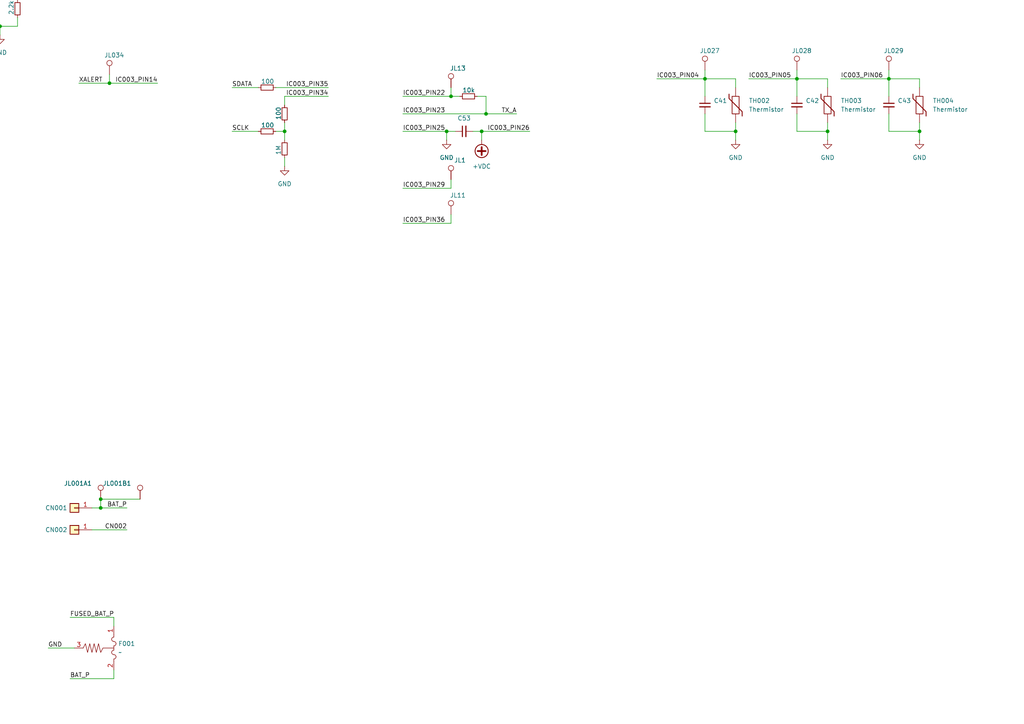
<source format=kicad_sch>
(kicad_sch (version 20250114) (generator "eeschema") (generator_version "9.0")
  (paper "A4")
  (rectangle (start 421.64 54.61) (end 496.57 90.17))
  (rectangle (start 246.38 -36.83) (end 299.72 -5.08))
  (rectangle (start 421.64 -36.83) (end 485.14 53.34))
  (rectangle (start 300.99 -36.83) (end 367.03 69.85))
  (rectangle (start 170.18 -52.07) (end 245.11 -5.08))
  (rectangle (start 82.55 269.24) (end 184.15 326.39))
  (rectangle (start 368.3 -36.83) (end 420.37 99.06))
  (rectangle (start 421.64 91.44) (end 496.57 127))
  (rectangle (start 300.99 71.12) (end 345.44 102.87))
  (text "LDO" (at 423.672 -35.306 0) (effects (font (size 1.27 1.27))))
  (text "PROGRAMMED PROTECTION DELAYS" (at 102.108 -36.322 0) (effects (font (size 1.27 1.27))))
  (text "Need to come back to this, seems not right." (at 286.512 224.028 0) (effects (font (size 1.27 1.27))))
  (text "ENABLE EEPROM WRITING" (at 313.436 72.644 0) (effects (font (size 1.27 1.27))))
  (text "BATTERY CHARGE LEDS" (at 312.166 -35.306 0) (effects (font (size 1.27 1.27))))
  (text "NOT PLACED" (at 148.59 235.204 90) (effects (font (size 1.27 1.27))))
  (text "THIS DOESN'T SEEM RIGHT" (at 410.972 142.24 0) (effects (font (size 1.27 1.27))))
  (text "ON/OFF BUTTON" (at 254.508 -35.306 0) (effects (font (size 1.27 1.27))))
  (text "TURNS ON LDO FOR IC003 POWER\nTRIGGERD VIA RX HIGH OR IC003_PIN19" (at 83.058 324.358 0) (effects (font (size 1.27 1.27)) (justify left)))
  (text "ENABLE DISCHARGE" (at 431.038 56.134 0) (effects (font (size 1.27 1.27))))
  (text "Data I/O voltage 3.3V" (at 9.398 -41.656 0) (effects (font (size 1.27 1.27))))
  (text "BATTERY PACK CONNECTOR" (at 183.388 -50.546 0) (effects (font (size 1.27 1.27))))
  (text "CNF0,1,2 == 0 ==> 10 Cell" (at 100.076 -31.496 0) (effects (font (size 1.27 1.27))))
  (text "BATTERY BALANCE POINTS" (at 380.746 -35.56 0) (effects (font (size 1.27 1.27))))
  (text "ENABLE CHARGE" (at 429.514 92.964 0) (effects (font (size 1.27 1.27))))
  (junction (at 148.59 229.87))
  (junction (at 440.69 95.25))
  (junction (at 130.81 27.94))
  (junction (at 393.7 1.27))
  (junction (at 102.87 265.43))
  (junction (at 318.77 59.69))
  (junction (at 29.21 147.32))
  (junction (at 335.28 93.98))
  (junction (at 472.44 88.9))
  (junction (at 139.7 38.1))
  (junction (at -125.73 6.35))
  (junction (at 331.47 59.69))
  (junction (at 157.48 240.03))
  (junction (at 420.37 184.15))
  (junction (at 346.71 -1.27))
  (junction (at 440.69 58.42))
  (junction (at 393.7 16.51))
  (junction (at 140.97 255.27))
  (junction (at 0 7.62))
  (junction (at 102.87 298.45))
  (junction (at 393.7 46.99))
  (junction (at 393.7 8.89))
  (junction (at 436.88 68.58))
  (junction (at 331.47 39.37))
  (junction (at 97.79 229.87))
  (junction (at 199.39 -40.64))
  (junction (at 472.44 78.74))
  (junction (at 393.7 54.61))
  (junction (at 199.39 -30.48))
  (junction (at 331.47 -1.27))
  (junction (at 318.77 39.37))
  (junction (at 212.09 -30.48))
  (junction (at 97.79 311.15))
  (junction (at 284.48 -22.86))
  (junction (at 140.97 33.02))
  (junction (at 140.97 229.87))
  (junction (at 440.69 68.58))
  (junction (at 405.13 184.15))
  (junction (at 383.54 46.99))
  (junction (at -74.93 251.46))
  (junction (at 346.71 59.69))
  (junction (at 212.09 -24.13))
  (junction (at -96.52 29.21))
  (junction (at 82.55 38.1))
  (junction (at -96.52 52.07))
  (junction (at 266.7 38.1))
  (junction (at 85.09 -29.21))
  (junction (at 383.54 39.37))
  (junction (at 393.7 62.23))
  (junction (at 102.87 311.15))
  (junction (at 393.7 39.37))
  (junction (at 199.39 -13.97))
  (junction (at 383.54 69.85))
  (junction (at 434.34 -10.16))
  (junction (at 199.39 -24.13))
  (junction (at 440.69 105.41))
  (junction (at 478.79 105.41))
  (junction (at 265.43 -22.86))
  (junction (at 184.15 -19.05))
  (junction (at 383.54 8.89))
  (junction (at 346.71 8.89))
  (junction (at -67.31 6.35))
  (junction (at 472.44 115.57))
  (junction (at 140.97 288.29))
  (junction (at 383.54 -17.78))
  (junction (at 393.7 -21.59))
  (junction (at 427.99 168.91))
  (junction (at 102.87 255.27))
  (junction (at -67.31 39.37))
  (junction (at 154.94 278.13))
  (junction (at 148.59 240.03))
  (junction (at 250.19 -22.86))
  (junction (at 72.39 242.57))
  (junction (at 85.09 -31.75))
  (junction (at 317.5 83.82))
  (junction (at 148.59 255.27))
  (junction (at 274.32 237.49))
  (junction (at 478.79 125.73))
  (junction (at 318.77 -1.27))
  (junction (at 394.97 184.15))
  (junction (at 346.71 29.21))
  (junction (at 231.14 22.86))
  (junction (at -52.07 251.46))
  (junction (at 346.71 39.37))
  (junction (at 204.47 22.86))
  (junction (at 383.54 31.75))
  (junction (at 478.79 68.58))
  (junction (at 420.37 214.63))
  (junction (at 162.56 229.87))
  (junction (at -96.52 6.35))
  (junction (at 162.56 255.27))
  (junction (at -125.73 16.51))
  (junction (at 148.59 288.29))
  (junction (at 478.79 88.9))
  (junction (at 184.15 -36.83))
  (junction (at 383.54 -6.35))
  (junction (at 339.09 49.53))
  (junction (at 67.31 242.57))
  (junction (at 339.09 -31.75))
  (junction (at 412.75 158.75))
  (junction (at 148.59 245.11))
  (junction (at 152.4 240.03))
  (junction (at 85.09 -36.83))
  (junction (at 124.46 -22.86))
  (junction (at 393.7 -6.35))
  (junction (at 102.87 219.71))
  (junction (at 383.54 16.51))
  (junction (at 383.54 24.13))
  (junction (at 478.79 78.74))
  (junction (at 129.54 38.1))
  (junction (at 393.7 31.75))
  (junction (at 383.54 1.27))
  (junction (at 240.03 38.1))
  (junction (at 339.09 8.89))
  (junction (at 223.52 -30.48))
  (junction (at 304.8 237.49))
  (junction (at 85.09 -21.59))
  (junction (at 346.71 49.53))
  (junction (at 478.79 115.57))
  (junction (at 436.88 105.41))
  (junction (at -125.73 39.37))
  (junction (at 257.81 22.86))
  (junction (at 393.7 -13.97))
  (junction (at -67.31 16.51))
  (junction (at 318.77 19.05))
  (junction (at 430.53 214.63))
  (junction (at -5.08 -2.54))
  (junction (at 393.7 -31.75))
  (junction (at 157.48 245.11))
  (junction (at 346.71 -31.75))
  (junction (at 339.09 29.21))
  (junction (at 31.75 24.13))
  (junction (at 209.55 -30.48))
  (junction (at 152.4 245.11))
  (junction (at 472.44 125.73))
  (junction (at 346.71 19.05))
  (junction (at 231.14 -15.24))
  (junction (at 281.94 237.49))
  (junction (at 93.98 -44.45))
  (junction (at 339.09 -11.43))
  (junction (at 209.55 -24.13))
  (junction (at 331.47 19.05))
  (junction (at 97.79 288.29))
  (junction (at 213.36 38.1))
  (junction (at 29.21 144.78))
  (junction (at 287.02 237.49))
  (junction (at 102.87 229.87))
  (junction (at 393.7 24.13))
  (junction (at 97.79 255.27))
  (junction (at 271.78 237.49))
  (junction (at 231.14 -17.78))
  (junction (at 102.87 288.29))
  (junction (at 393.7 69.85))
  (junction (at 102.87 300.99))
  (junction (at 405.13 168.91))
  (junction (at 148.59 278.13))
  (junction (at 275.59 -22.86))
  (junction (at 152.4 278.13))
  (junction (at 320.04 93.98))
  (junction (at 318.77 -21.59))
  (junction (at 383.54 54.61))
  (junction (at 346.71 -11.43))
  (junction (at 331.47 -21.59))
  (junction (at 5.08 -2.54))
  (junction (at 346.71 -21.59))
  (junction (at 281.94 247.65))
  (junction (at -60.96 241.3))
  (junction (at 438.15 146.05))
  (junction (at 223.52 -24.13))
  (junction (at 85.09 -34.29))
  (wire (pts (xy 393.7 1.27) (xy 400.05 1.27)))
  (wire (pts (xy 478.79 78.74) (xy 472.44 78.74)))
  (wire (pts (xy 257.81 27.94) (xy 257.81 22.86)))
  (wire (pts (xy 80.01 25.4) (xy 95.25 25.4)))
  (wire (pts (xy 393.7 62.23) (xy 393.7 60.96)))
  (wire (pts (xy 91.44 -52.07) (xy 82.55 -52.07)))
  (wire (pts (xy 102.87 300.99) (xy 110.49 300.99)))
  (wire (pts (xy 393.7 31.75) (xy 400.05 31.75)))
  (wire (pts (xy 354.33 8.89) (xy 354.33 11.43)))
  (wire (pts (xy 17.78 -59.69) (xy 17.78 -54.61)))
  (wire (pts (xy 231.14 22.86) (xy 240.03 22.86)))
  (wire (pts (xy 5.08 -2.54) (xy 5.08 0)))
  (wire (pts (xy 72.39 250.19) (xy 72.39 252.73)))
  (wire (pts (xy 436.88 95.25) (xy 440.69 95.25)))
  (wire (pts (xy 82.55 -34.29) (xy 85.09 -34.29)))
  (wire (pts (xy 393.7 30.48) (xy 393.7 31.75)))
  (wire (pts (xy 129.54 38.1) (xy 132.08 38.1)))
  (wire (pts (xy 415.29 203.2) (xy 412.75 203.2)))
  (wire (pts (xy -96.52 29.21) (xy -80.01 29.21)))
  (wire (pts (xy 123.19 255.27) (xy 125.73 255.27)))
  (wire (pts (xy 434.34 -10.16) (xy 436.88 -10.16)))
  (wire (pts (xy 393.7 16.51) (xy 400.05 16.51)))
  (wire (pts (xy 302.26 90.17) (xy 320.04 90.17)))
  (wire (pts (xy 393.7 -6.35) (xy 393.7 -5.08)))
  (wire (pts (xy 0 -43.18) (xy 17.78 -43.18)))
  (wire (pts (xy 148.59 255.27) (xy 140.97 255.27)))
  (wire (pts (xy 281.94 245.11) (xy 281.94 247.65)))
  (wire (pts (xy 217.17 22.86) (xy 231.14 22.86)))
  (wire (pts (xy 318.77 -11.43) (xy 331.47 -11.43)))
  (wire (pts (xy -140.97 6.35) (xy -133.35 6.35)))
  (wire (pts (xy 240.03 38.1) (xy 240.03 40.64)))
  (wire (pts (xy 97.79 298.45) (xy 97.79 295.91)))
  (wire (pts (xy 318.77 19.05) (xy 321.31 19.05)))
  (wire (pts (xy -96.52 52.07) (xy -80.01 52.07)))
  (wire (pts (xy 140.97 229.87) (xy 140.97 232.41)))
  (wire (pts (xy 478.79 71.12) (xy 478.79 68.58)))
  (wire (pts (xy 393.7 0) (xy 393.7 1.27)))
  (wire (pts (xy 373.38 1.27) (xy 383.54 1.27)))
  (wire (pts (xy -113.03 29.21) (xy -113.03 31.75)))
  (wire (pts (xy 93.98 -44.45) (xy 93.98 -41.91)))
  (wire (pts (xy 420.37 184.15) (xy 420.37 186.69)))
  (wire (pts (xy 393.7 69.85) (xy 400.05 69.85)))
  (wire (pts (xy 115.57 311.15) (xy 118.11 311.15)))
  (wire (pts (xy 17.78 -71.12) (xy 17.78 -64.77)))
  (wire (pts (xy 452.12 44.45) (xy 440.69 44.45)))
  (wire (pts (xy 130.81 25.4) (xy 130.81 27.94)))
  (wire (pts (xy 0 7.62) (xy 5.08 7.62)))
  (wire (pts (xy 383.54 -13.97) (xy 386.08 -13.97)))
  (wire (pts (xy 97.79 265.43) (xy 97.79 262.89)))
  (wire (pts (xy 123.19 229.87) (xy 125.73 229.87)))
  (wire (pts (xy 467.36 31.75) (xy 467.36 29.21)))
  (wire (pts (xy -67.31 62.23) (xy -69.85 62.23)))
  (wire (pts (xy 391.16 46.99) (xy 393.7 46.99)))
  (wire (pts (xy 33.02 -13.97) (xy 41.91 -13.97)))
  (wire (pts (xy 138.43 255.27) (xy 140.97 255.27)))
  (wire (pts (xy -5.08 -2.54) (xy -5.08 0)))
  (wire (pts (xy 162.56 247.65) (xy 162.56 245.11)))
  (wire (pts (xy 275.59 -22.86) (xy 284.48 -22.86)))
  (wire (pts (xy 133.35 278.13) (xy 135.89 278.13)))
  (wire (pts (xy 339.09 8.89) (xy 339.09 11.43)))
  (wire (pts (xy 130.81 64.77) (xy 116.84 64.77)))
  (wire (pts (xy 427.99 200.66) (xy 427.99 203.2)))
  (wire (pts (xy 472.44 123.19) (xy 472.44 125.73)))
  (wire (pts (xy 440.69 68.58) (xy 443.23 68.58)))
  (wire (pts (xy 346.71 -24.13) (xy 346.71 -21.59)))
  (wire (pts (xy 152.4 278.13) (xy 154.94 278.13)))
  (wire (pts (xy 102.87 311.15) (xy 102.87 313.69)))
  (wire (pts (xy 240.03 38.1) (xy 231.14 38.1)))
  (wire (pts (xy 478.79 115.57) (xy 478.79 118.11)))
  (wire (pts (xy 266.7 250.19) (xy 266.7 247.65)))
  (wire (pts (xy 354.33 -31.75) (xy 354.33 -29.21)))
  (wire (pts (xy -67.31 6.35) (xy -67.31 8.89)))
  (wire (pts (xy 453.39 68.58) (xy 455.93 68.58)))
  (wire (pts (xy 209.55 -24.13) (xy 212.09 -24.13)))
  (wire (pts (xy -46.99 231.14) (xy -46.99 243.84)))
  (wire (pts (xy -67.31 3.81) (xy -67.31 6.35)))
  (wire (pts (xy 33.02 -41.91) (xy 41.91 -41.91)))
  (wire (pts (xy 336.55 8.89) (xy 339.09 8.89)))
  (wire (pts (xy 436.88 95.25) (xy 436.88 97.79)))
  (wire (pts (xy 393.7 54.61) (xy 393.7 55.88)))
  (wire (pts (xy 457.2 29.21) (xy 459.74 29.21)))
  (wire (pts (xy 82.55 30.48) (xy 82.55 27.94)))
  (wire (pts (xy 383.54 72.39) (xy 383.54 69.85)))
  (wire (pts (xy 190.5 22.86) (xy 204.47 22.86)))
  (wire (pts (xy -125.73 16.51) (xy -123.19 16.51)))
  (wire (pts (xy 102.87 229.87) (xy 105.41 229.87)))
  (wire (pts (xy 346.71 52.07) (xy 346.71 49.53)))
  (wire (pts (xy 102.87 265.43) (xy 110.49 265.43)))
  (wire (pts (xy 339.09 49.53) (xy 339.09 52.07)))
  (wire (pts (xy 213.36 35.56) (xy 213.36 38.1)))
  (wire (pts (xy 152.4 245.11) (xy 157.48 245.11)))
  (wire (pts (xy 148.59 245.11) (xy 146.05 245.11)))
  (wire (pts (xy 374.65 82.55) (xy 383.54 82.55)))
  (wire (pts (xy 472.44 -7.62) (xy 483.87 -7.62)))
  (wire (pts (xy 393.7 16.51) (xy 393.7 17.78)))
  (wire (pts (xy 425.45 -25.4) (xy 425.45 -22.86)))
  (wire (pts (xy 97.79 219.71) (xy 97.79 222.25)))
  (wire (pts (xy 336.55 -31.75) (xy 339.09 -31.75)))
  (wire (pts (xy 325.12 83.82) (xy 327.66 83.82)))
  (wire (pts (xy 97.79 229.87) (xy 97.79 233.68)))
  (wire (pts (xy 33.02 -62.23) (xy 41.91 -62.23)))
  (wire (pts (xy 148.59 252.73) (xy 148.59 255.27)))
  (wire (pts (xy 304.8 237.49) (xy 318.77 237.49)))
  (wire (pts (xy 152.4 229.87) (xy 148.59 229.87)))
  (wire (pts (xy 85.09 -29.21) (xy 92.71 -29.21)))
  (wire (pts (xy 472.44 -10.16) (xy 483.87 -10.16)))
  (wire (pts (xy 422.91 146.05) (xy 408.94 146.05)))
  (wire (pts (xy 452.12 29.21) (xy 440.69 29.21)))
  (wire (pts (xy 412.75 -33.02) (xy 412.75 -27.94)))
  (wire (pts (xy 391.16 16.51) (xy 393.7 16.51)))
  (wire (pts (xy 468.63 68.58) (xy 471.17 68.58)))
  (wire (pts (xy 72.39 242.57) (xy 72.39 245.11)))
  (wire (pts (xy 29.21 144.78) (xy 29.21 147.32)))
  (wire (pts (xy -95.25 72.39) (xy -80.01 72.39)))
  (wire (pts (xy 85.09 314.96) (xy 97.79 314.96)))
  (wire (pts (xy 102.87 222.25) (xy 102.87 219.71)))
  (wire (pts (xy 209.55 -13.97) (xy 209.55 -24.13)))
  (wire (pts (xy 459.74 125.73) (xy 472.44 125.73)))
  (wire (pts (xy -125.73 3.81) (xy -125.73 6.35)))
  (wire (pts (xy 72.39 242.57) (xy 123.19 242.57)))
  (wire (pts (xy 331.47 19.05) (xy 334.01 19.05)))
  (wire (pts (xy 33.02 -11.43) (xy 41.91 -11.43)))
  (wire (pts (xy 331.47 -21.59) (xy 334.01 -21.59)))
  (wire (pts (xy 110.49 298.45) (xy 110.49 295.91)))
  (wire (pts (xy 287.02 247.65) (xy 281.94 247.65)))
  (wire (pts (xy 332.74 93.98) (xy 335.28 93.98)))
  (wire (pts (xy 393.7 8.89) (xy 400.05 8.89)))
  (wire (pts (xy 287.02 237.49) (xy 289.56 237.49)))
  (wire (pts (xy -52.07 265.43) (xy -52.07 251.46)))
  (wire (pts (xy -8.89 -59.69) (xy -8.89 -54.61)))
  (wire (pts (xy 207.01 -30.48) (xy 209.55 -30.48)))
  (wire (pts (xy 257.81 22.86) (xy 266.7 22.86)))
  (wire (pts (xy 309.88 96.52) (xy 309.88 93.98)))
  (wire (pts (xy 394.97 186.69) (xy 394.97 184.15)))
  (wire (pts (xy 257.81 38.1) (xy 257.81 33.02)))
  (wire (pts (xy 302.26 83.82) (xy 317.5 83.82)))
  (wire (pts (xy 102.87 252.73) (xy 102.87 255.27)))
  (wire (pts (xy 393.7 53.34) (xy 393.7 54.61)))
  (wire (pts (xy 176.53 -21.59) (xy 176.53 -19.05)))
  (wire (pts (xy 82.55 -62.23) (xy 91.44 -62.23)))
  (wire (pts (xy 412.75 82.55) (xy 403.86 82.55)))
  (wire (pts (xy -74.93 251.46) (xy -74.93 254)))
  (wire (pts (xy 231.14 -17.78) (xy 231.14 -15.24)))
  (wire (pts (xy 129.54 40.64) (xy 129.54 38.1)))
  (wire (pts (xy 346.71 -11.43) (xy 339.09 -11.43)))
  (wire (pts (xy 231.14 -12.7) (xy 231.14 -15.24)))
  (wire (pts (xy 152.4 285.75) (xy 152.4 288.29)))
  (wire (pts (xy 199.39 -16.51) (xy 199.39 -13.97)))
  (wire (pts (xy 213.36 22.86) (xy 213.36 25.4)))
  (wire (pts (xy 102.87 311.15) (xy 105.41 311.15)))
  (wire (pts (xy 478.79 113.03) (xy 478.79 115.57)))
  (wire (pts (xy -41.91 248.92) (xy -41.91 251.46)))
  (wire (pts (xy 386.08 31.75) (xy 383.54 31.75)))
  (wire (pts (xy 391.16 -6.35) (xy 393.7 -6.35)))
  (wire (pts (xy 223.52 -24.13) (xy 212.09 -24.13)))
  (wire (pts (xy 266.7 237.49) (xy 271.78 237.49)))
  (wire (pts (xy 391.16 -13.97) (xy 393.7 -13.97)))
  (wire (pts (xy 381 -17.78) (xy 383.54 -17.78)))
  (wire (pts (xy 266.7 22.86) (xy 266.7 25.4)))
  (wire (pts (xy 391.16 69.85) (xy 393.7 69.85)))
  (wire (pts (xy 67.31 242.57) (xy 72.39 242.57)))
  (wire (pts (xy 82.55 45.72) (xy 82.55 48.26)))
  (wire (pts (xy 266.7 234.95) (xy 266.7 237.49)))
  (wire (pts (xy 250.19 -25.4) (xy 250.19 -22.86)))
  (wire (pts (xy 157.48 255.27) (xy 162.56 255.27)))
  (wire (pts (xy 102.87 265.43) (xy 97.79 265.43)))
  (wire (pts (xy 472.44 78.74) (xy 455.93 78.74)))
  (wire (pts (xy 405.13 168.91) (xy 405.13 184.15)))
  (wire (pts (xy -125.73 39.37) (xy -123.19 39.37)))
  (wire (pts (xy 85.09 -39.37) (xy 82.55 -39.37)))
  (wire (pts (xy 102.87 255.27) (xy 105.41 255.27)))
  (wire (pts (xy 346.71 -31.75) (xy 354.33 -31.75)))
  (wire (pts (xy 11.43 -24.13) (xy 11.43 -19.05)))
  (wire (pts (xy 328.93 19.05) (xy 331.47 19.05)))
  (wire (pts (xy 486.41 71.12) (xy 486.41 68.58)))
  (wire (pts (xy -41.91 231.14) (xy -41.91 243.84)))
  (wire (pts (xy 440.69 58.42) (xy 448.31 58.42)))
  (wire (pts (xy 148.59 240.03) (xy 152.4 240.03)))
  (wire (pts (xy 0 -71.12) (xy 0 -64.77)))
  (wire (pts (xy 176.53 -29.21) (xy 176.53 -26.67)))
  (wire (pts (xy 386.08 -21.59) (xy 383.54 -21.59)))
  (wire (pts (xy 386.08 16.51) (xy 383.54 16.51)))
  (wire (pts (xy -74.93 251.46) (xy -74.93 248.92)))
  (wire (pts (xy 438.15 143.51) (xy 438.15 146.05)))
  (wire (pts (xy -97.79 26.67) (xy -113.03 26.67)))
  (wire (pts (xy 207.01 -24.13) (xy 209.55 -24.13)))
  (wire (pts (xy 97.79 284.48) (xy 97.79 288.29)))
  (wire (pts (xy 393.7 39.37) (xy 393.7 40.64)))
  (wire (pts (xy 67.31 252.73) (xy 60.96 252.73)))
  (wire (pts (xy -60.96 241.3) (xy -60.96 243.84)))
  (wire (pts (xy 72.39 242.57) (xy 72.39 240.03)))
  (wire (pts (xy -125.73 62.23) (xy -123.19 62.23)))
  (wire (pts (xy 346.71 39.37) (xy 346.71 41.91)))
  (wire (pts (xy 328.93 59.69) (xy 331.47 59.69)))
  (wire (pts (xy 438.15 146.05) (xy 438.15 168.91)))
  (wire (pts (xy 33.02 -54.61) (xy 41.91 -54.61)))
  (wire (pts (xy 354.33 -3.81) (xy 354.33 -1.27)))
  (wire (pts (xy 157.48 252.73) (xy 157.48 255.27)))
  (wire (pts (xy 383.54 54.61) (xy 383.54 53.34)))
  (wire (pts (xy 82.55 35.56) (xy 82.55 38.1)))
  (wire (pts (xy 284.48 -33.02) (xy 284.48 -30.48)))
  (wire (pts (xy 123.19 311.15) (xy 125.73 311.15)))
  (wire (pts (xy -113.03 8.89) (xy -113.03 6.35)))
  (wire (pts (xy 436.88 68.58) (xy 436.88 72.39)))
  (wire (pts (xy 33.02 -8.89) (xy 41.91 -8.89)))
  (wire (pts (xy 453.39 105.41) (xy 455.93 105.41)))
  (wire (pts (xy 26.67 147.32) (xy 29.21 147.32)))
  (wire (pts (xy 478.79 125.73) (xy 472.44 125.73)))
  (wire (pts (xy 346.71 36.83) (xy 346.71 39.37)))
  (wire (pts (xy 184.15 -45.72) (xy 184.15 -36.83)))
  (wire (pts (xy 220.98 -15.24) (xy 231.14 -15.24)))
  (wire (pts (xy -96.52 6.35) (xy -96.52 29.21)))
  (wire (pts (xy 67.31 250.19) (xy 67.31 252.73)))
  (wire (pts (xy 328.93 39.37) (xy 331.47 39.37)))
  (wire (pts (xy 281.94 247.65) (xy 281.94 250.19)))
  (wire (pts (xy 344.17 39.37) (xy 346.71 39.37)))
  (wire (pts (xy 382.27 168.91) (xy 397.51 168.91)))
  (wire (pts (xy 494.03 86.36) (xy 494.03 88.9)))
  (wire (pts (xy 279.4 247.65) (xy 281.94 247.65)))
  (wire (pts (xy 354.33 -1.27) (xy 346.71 -1.27)))
  (wire (pts (xy -5.08 -5.08) (xy -5.08 -2.54)))
  (wire (pts (xy 369.57 -17.78) (xy 375.92 -17.78)))
  (wire (pts (xy 102.87 227.33) (xy 102.87 229.87)))
  (wire (pts (xy 393.7 -13.97) (xy 393.7 -12.7)))
  (wire (pts (xy 491.49 78.74) (xy 494.03 78.74)))
  (wire (pts (xy 393.7 45.72) (xy 393.7 46.99)))
  (wire (pts (xy 478.79 115.57) (xy 481.33 115.57)))
  (wire (pts (xy 391.16 54.61) (xy 393.7 54.61)))
  (wire (pts (xy 391.16 8.89) (xy 393.7 8.89)))
  (wire (pts (xy 148.59 280.67) (xy 148.59 278.13)))
  (wire (pts (xy 391.16 24.13) (xy 393.7 24.13)))
  (wire (pts (xy 335.28 93.98) (xy 335.28 91.44)))
  (wire (pts (xy 31.75 24.13) (xy 45.72 24.13)))
  (wire (pts (xy -96.52 6.35) (xy -80.01 6.35)))
  (wire (pts (xy 243.84 22.86) (xy 257.81 22.86)))
  (wire (pts (xy 383.54 8.89) (xy 383.54 7.62)))
  (wire (pts (xy 427.99 203.2) (xy 425.45 203.2)))
  (wire (pts (xy 162.56 240.03) (xy 157.48 240.03)))
  (wire (pts (xy -52.07 6.35) (xy -59.69 6.35)))
  (wire (pts (xy 91.44 229.87) (xy 97.79 229.87)))
  (wire (pts (xy 311.15 59.69) (xy 303.53 59.69)))
  (wire (pts (xy 33.02 -31.75) (xy 41.91 -31.75)))
  (wire (pts (xy 435.61 168.91) (xy 438.15 168.91)))
  (wire (pts (xy 148.59 278.13) (xy 146.05 278.13)))
  (wire (pts (xy 328.93 -1.27) (xy 331.47 -1.27)))
  (wire (pts (xy 327.66 83.82) (xy 327.66 86.36)))
  (wire (pts (xy 130.81 255.27) (xy 133.35 255.27)))
  (wire (pts (xy 472.44 86.36) (xy 472.44 88.9)))
  (wire (pts (xy 346.71 -8.89) (xy 346.71 -11.43)))
  (wire (pts (xy 430.53 214.63) (xy 444.5 214.63)))
  (wire (pts (xy 393.7 63.5) (xy 393.7 62.23)))
  (wire (pts (xy -125.73 6.35) (xy -125.73 16.51)))
  (wire (pts (xy 486.41 107.95) (xy 486.41 105.41)))
  (wire (pts (xy 85.09 -36.83) (xy 85.09 -39.37)))
  (wire (pts (xy 339.09 29.21) (xy 339.09 31.75)))
  (wire (pts (xy 102.87 290.83) (xy 102.87 288.29)))
  (wire (pts (xy 320.04 93.98) (xy 322.58 93.98)))
  (wire (pts (xy 304.8 237.49) (xy 304.8 234.95)))
  (wire (pts (xy 412.75 -15.24) (xy 412.75 -12.7)))
  (wire (pts (xy 80.01 38.1) (xy 82.55 38.1)))
  (wire (pts (xy 346.71 19.05) (xy 346.71 21.59)))
  (wire (pts (xy 204.47 20.32) (xy 204.47 22.86)))
  (wire (pts (xy -80.01 49.53) (xy -80.01 46.99)))
  (wire (pts (xy 417.83 184.15) (xy 420.37 184.15)))
  (wire (pts (xy 231.14 27.94) (xy 231.14 22.86)))
  (wire (pts (xy 354.33 59.69) (xy 346.71 59.69)))
  (wire (pts (xy 0 -59.69) (xy 0 -54.61)))
  (wire (pts (xy 5.08 -2.54) (xy 15.24 -2.54)))
  (wire (pts (xy 85.09 -29.21) (xy 85.09 -31.75)))
  (wire (pts (xy 478.79 86.36) (xy 478.79 88.9)))
  (wire (pts (xy 354.33 39.37) (xy 346.71 39.37)))
  (wire (pts (xy 93.98 -44.45) (xy 102.87 -44.45)))
  (wire (pts (xy 318.77 16.51) (xy 318.77 19.05)))
  (wire (pts (xy 393.7 39.37) (xy 400.05 39.37)))
  (wire (pts (xy 82.55 -64.77) (xy 91.44 -64.77)))
  (wire (pts (xy 452.12 19.05) (xy 440.69 19.05)))
  (wire (pts (xy 148.59 245.11) (xy 152.4 245.11)))
  (wire (pts (xy 468.63 105.41) (xy 471.17 105.41)))
  (wire (pts (xy 148.59 229.87) (xy 148.59 232.41)))
  (wire (pts (xy 430.53 68.58) (xy 436.88 68.58)))
  (wire (pts (xy 436.88 66.04) (xy 436.88 68.58)))
  (wire (pts (xy -67.31 39.37) (xy -69.85 39.37)))
  (wire (pts (xy 478.79 123.19) (xy 478.79 125.73)))
  (wire (pts (xy 33.02 -46.99) (xy 41.91 -46.99)))
  (wire (pts (xy 393.7 1.27) (xy 393.7 2.54)))
  (wire (pts (xy 346.71 -3.81) (xy 346.71 -1.27)))
  (wire (pts (xy 275.59 -22.86) (xy 275.59 -25.4)))
  (wire (pts (xy -67.31 39.37) (xy -67.31 62.23)))
  (wire (pts (xy 170.18 255.27) (xy 162.56 255.27)))
  (wire (pts (xy 138.43 229.87) (xy 140.97 229.87)))
  (wire (pts (xy 266.7 35.56) (xy 266.7 38.1)))
  (wire (pts (xy 184.15 -36.83) (xy 184.15 -34.29)))
  (wire (pts (xy 346.71 -11.43) (xy 354.33 -11.43)))
  (wire (pts (xy 152.4 280.67) (xy 152.4 278.13)))
  (wire (pts (xy 402.59 -21.59) (xy 402.59 -24.13)))
  (wire (pts (xy 373.38 31.75) (xy 383.54 31.75)))
  (wire (pts (xy 302.26 237.49) (xy 304.8 237.49)))
  (wire (pts (xy 294.64 237.49) (xy 297.18 237.49)))
  (wire (pts (xy 354.33 49.53) (xy 354.33 52.07)))
  (wire (pts (xy 92.71 -21.59) (xy 85.09 -21.59)))
  (wire (pts (xy 478.79 68.58) (xy 476.25 68.58)))
  (wire (pts (xy 386.08 46.99) (xy 383.54 46.99)))
  (wire (pts (xy 459.74 115.57) (xy 472.44 115.57)))
  (wire (pts (xy 417.83 168.91) (xy 420.37 168.91)))
  (wire (pts (xy 266.7 247.65) (xy 269.24 247.65)))
  (wire (pts (xy 393.7 -6.35) (xy 400.05 -6.35)))
  (wire (pts (xy 231.14 20.32) (xy 231.14 22.86)))
  (wire (pts (xy 331.47 19.05) (xy 331.47 16.51)))
  (wire (pts (xy -67.31 16.51) (xy -67.31 39.37)))
  (wire (pts (xy 33.02 -36.83) (xy 41.91 -36.83)))
  (wire (pts (xy 123.19 288.29) (xy 125.73 288.29)))
  (wire (pts (xy 82.55 -36.83) (xy 85.09 -36.83)))
  (wire (pts (xy 85.09 -21.59) (xy 85.09 -19.05)))
  (wire (pts (xy 91.44 -46.99) (xy 82.55 -46.99)))
  (wire (pts (xy 383.54 -6.35) (xy 383.54 -7.62)))
  (wire (pts (xy 354.33 16.51) (xy 354.33 19.05)))
  (wire (pts (xy -97.79 72.39) (xy -113.03 72.39)))
  (wire (pts (xy 339.09 -11.43) (xy 339.09 -8.89)))
  (wire (pts (xy 393.7 38.1) (xy 393.7 39.37)))
  (wire (pts (xy 316.23 -1.27) (xy 318.77 -1.27)))
  (wire (pts (xy -67.31 248.92) (xy -67.31 251.46)))
  (wire (pts (xy -13.97 -2.54) (xy -5.08 -2.54)))
  (wire (pts (xy 316.23 -21.59) (xy 318.77 -21.59)))
  (wire (pts (xy 316.23 19.05) (xy 318.77 19.05)))
  (wire (pts (xy 346.71 8.89) (xy 339.09 8.89)))
  (wire (pts (xy 346.71 29.21) (xy 339.09 29.21)))
  (wire (pts (xy 318.77 -1.27) (xy 321.31 -1.27)))
  (wire (pts (xy 138.43 288.29) (xy 140.97 288.29)))
  (wire (pts (xy 266.7 38.1) (xy 266.7 40.64)))
  (wire (pts (xy 137.16 38.1) (xy 139.7 38.1)))
  (wire (pts (xy 266.7 38.1) (xy 257.81 38.1)))
  (wire (pts (xy 425.45 -10.16) (xy 425.45 -12.7)))
  (wire (pts (xy 31.75 21.59) (xy 31.75 24.13)))
  (wire (pts (xy 115.57 229.87) (xy 118.11 229.87)))
  (wire (pts (xy 33.02 -34.29) (xy 41.91 -34.29)))
  (wire (pts (xy 346.71 49.53) (xy 339.09 49.53)))
  (wire (pts (xy 152.4 240.03) (xy 157.48 240.03)))
  (wire (pts (xy 452.12 24.13) (xy 440.69 24.13)))
  (wire (pts (xy -80.01 72.39) (xy -80.01 69.85)))
  (wire (pts (xy 344.17 59.69) (xy 346.71 59.69)))
  (wire (pts (xy 82.55 -44.45) (xy 93.98 -44.45)))
  (wire (pts (xy 220.98 -17.78) (xy 231.14 -17.78)))
  (wire (pts (xy 102.87 229.87) (xy 102.87 232.41)))
  (wire (pts (xy 402.59 168.91) (xy 405.13 168.91)))
  (wire (pts (xy 478.79 76.2) (xy 478.79 78.74)))
  (wire (pts (xy 318.77 -21.59) (xy 321.31 -21.59)))
  (wire (pts (xy 394.97 184.15) (xy 397.51 184.15)))
  (wire (pts (xy 120.65 278.13) (xy 128.27 278.13)))
  (wire (pts (xy 220.98 -36.83) (xy 233.68 -36.83)))
  (wire (pts (xy 393.7 46.99) (xy 400.05 46.99)))
  (wire (pts (xy 486.41 68.58) (xy 478.79 68.58)))
  (wire (pts (xy 240.03 35.56) (xy 240.03 38.1)))
  (wire (pts (xy 85.09 288.29) (xy 97.79 288.29)))
  (wire (pts (xy 124.46 -20.32) (xy 124.46 -22.86)))
  (wire (pts (xy 494.03 118.11) (xy 494.03 115.57)))
  (wire (pts (xy 97.79 311.15) (xy 97.79 314.96)))
  (wire (pts (xy -95.25 49.53) (xy -80.01 49.53)))
  (wire (pts (xy 383.54 16.51) (xy 383.54 15.24)))
  (wire (pts (xy 383.54 31.75) (xy 383.54 30.48)))
  (wire (pts (xy -8.89 -71.12) (xy -8.89 -64.77)))
  (wire (pts (xy 33.02 -59.69) (xy 41.91 -59.69)))
  (wire (pts (xy 393.7 22.86) (xy 393.7 24.13)))
  (wire (pts (xy 393.7 -29.21) (xy 393.7 -31.75)))
  (wire (pts (xy 331.47 -1.27) (xy 334.01 -1.27)))
  (wire (pts (xy 391.16 1.27) (xy 393.7 1.27)))
  (wire (pts (xy 33.02 -26.67) (xy 41.91 -26.67)))
  (wire (pts (xy 162.56 229.87) (xy 162.56 232.41)))
  (wire (pts (xy 265.43 -22.86) (xy 265.43 -25.4)))
  (wire (pts (xy 271.78 237.49) (xy 274.32 237.49)))
  (wire (pts (xy -64.77 6.35) (xy -67.31 6.35)))
  (wire (pts (xy 393.7 31.75) (xy 393.7 33.02)))
  (wire (pts (xy 29.21 144.78) (xy 40.64 144.78)))
  (wire (pts (xy 257.81 20.32) (xy 257.81 22.86)))
  (wire (pts (xy 33.02 -67.31) (xy 41.91 -67.31)))
  (wire (pts (xy 287.02 245.11) (xy 287.02 247.65)))
  (wire (pts (xy 318.77 59.69) (xy 321.31 59.69)))
  (wire (pts (xy -5.08 -2.54) (xy -2.54 -2.54)))
  (wire (pts (xy 386.08 8.89) (xy 383.54 8.89)))
  (wire (pts (xy 139.7 38.1) (xy 153.67 38.1)))
  (wire (pts (xy 331.47 39.37) (xy 334.01 39.37)))
  (wire (pts (xy 412.75 158.75) (xy 412.75 161.29)))
  (wire (pts (xy 424.18 109.22) (xy 436.88 109.22)))
  (wire (pts (xy 373.38 184.15) (xy 387.35 184.15)))
  (wire (pts (xy 472.44 115.57) (xy 472.44 118.11)))
  (wire (pts (xy 440.69 66.04) (xy 440.69 68.58)))
  (wire (pts (xy 374.65 92.71) (xy 383.54 92.71)))
  (wire (pts (xy 250.19 -22.86) (xy 252.73 -22.86)))
  (wire (pts (xy 33.02 -44.45) (xy 41.91 -44.45)))
  (wire (pts (xy 383.54 46.99) (xy 383.54 45.72)))
  (wire (pts (xy 335.28 93.98) (xy 340.36 93.98)))
  (wire (pts (xy 5.08 -5.08) (xy 5.08 -2.54)))
  (wire (pts (xy 316.23 59.69) (xy 318.77 59.69)))
  (wire (pts (xy -95.25 26.67) (xy -80.01 26.67)))
  (wire (pts (xy 275.59 -15.24) (xy 275.59 -12.7)))
  (wire (pts (xy -52.07 231.14) (xy -52.07 243.84)))
  (wire (pts (xy 478.79 78.74) (xy 481.33 78.74)))
  (wire (pts (xy -125.73 39.37) (xy -125.73 62.23)))
  (wire (pts (xy 336.55 49.53) (xy 339.09 49.53)))
  (wire (pts (xy 287.02 237.49) (xy 287.02 240.03)))
  (wire (pts (xy 354.33 -24.13) (xy 354.33 -21.59)))
  (wire (pts (xy 393.7 15.24) (xy 393.7 16.51)))
  (wire (pts (xy 184.15 -29.21) (xy 184.15 -26.67)))
  (wire (pts (xy 265.43 -22.86) (xy 267.97 -22.86)))
  (wire (pts (xy 82.55 27.94) (xy 95.25 27.94)))
  (wire (pts (xy 478.79 107.95) (xy 478.79 105.41)))
  (wire (pts (xy 167.64 280.67) (xy 170.18 280.67)))
  (wire (pts (xy 412.75 156.21) (xy 412.75 158.75)))
  (wire (pts (xy 393.7 -21.59) (xy 393.7 -24.13)))
  (wire (pts (xy 391.16 39.37) (xy 393.7 39.37)))
  (wire (pts (xy 317.5 93.98) (xy 320.04 93.98)))
  (wire (pts (xy 124.46 -15.24) (xy 124.46 -12.7)))
  (wire (pts (xy 140.97 288.29) (xy 140.97 311.15)))
  (wire (pts (xy 494.03 125.73) (xy 478.79 125.73)))
  (wire (pts (xy 427.99 168.91) (xy 430.53 168.91)))
  (wire (pts (xy 22.86 24.13) (xy 31.75 24.13)))
  (wire (pts (xy 412.75 85.09) (xy 403.86 85.09)))
  (wire (pts (xy 85.09 -21.59) (xy 82.55 -21.59)))
  (wire (pts (xy 388.62 -31.75) (xy 393.7 -31.75)))
  (wire (pts (xy 373.38 46.99) (xy 383.54 46.99)))
  (wire (pts (xy 494.03 115.57) (xy 491.49 115.57)))
  (wire (pts (xy -74.93 238.76) (xy -74.93 243.84)))
  (wire (pts (xy 452.12 34.29) (xy 440.69 34.29)))
  (wire (pts (xy 331.47 39.37) (xy 331.47 36.83)))
  (wire (pts (xy 116.84 38.1) (xy 129.54 38.1)))
  (wire (pts (xy 405.13 168.91) (xy 407.67 168.91)))
  (wire (pts (xy -113.03 49.53) (xy -113.03 46.99)))
  (wire (pts (xy 67.31 245.11) (xy 67.31 242.57)))
  (wire (pts (xy 430.53 102.87) (xy 430.53 105.41)))
  (wire (pts (xy 386.08 24.13) (xy 383.54 24.13)))
  (wire (pts (xy 207.01 -13.97) (xy 209.55 -13.97)))
  (wire (pts (xy 309.88 93.98) (xy 312.42 93.98)))
  (wire (pts (xy 383.54 24.13) (xy 383.54 22.86)))
  (wire (pts (xy 273.05 -22.86) (xy 275.59 -22.86)))
  (wire (pts (xy 425.45 -10.16) (xy 434.34 -10.16)))
  (wire (pts (xy 478.79 78.74) (xy 478.79 81.28)))
  (wire (pts (xy -67.31 16.51) (xy -52.07 16.51)))
  (wire (pts (xy 472.44 -2.54) (xy 483.87 -2.54)))
  (wire (pts (xy 476.25 105.41) (xy 478.79 105.41)))
  (wire (pts (xy 436.88 58.42) (xy 440.69 58.42)))
  (wire (pts (xy -125.73 16.51) (xy -125.73 39.37)))
  (wire (pts (xy 199.39 -24.13) (xy 201.93 -24.13)))
  (wire (pts (xy -60.96 238.76) (xy -60.96 241.3)))
  (wire (pts (xy 440.69 97.79) (xy 440.69 95.25)))
  (wire (pts (xy 91.44 251.46) (xy 97.79 251.46)))
  (wire (pts (xy 311.15 39.37) (xy 303.53 39.37)))
  (wire (pts (xy 383.54 62.23) (xy 393.7 62.23)))
  (wire (pts (xy 176.53 -36.83) (xy 184.15 -36.83)))
  (wire (pts (xy 91.44 284.48) (xy 97.79 284.48)))
  (wire (pts (xy 420.37 184.15) (xy 425.45 184.15)))
  (wire (pts (xy -97.79 49.53) (xy -113.03 49.53)))
  (wire (pts (xy 440.69 105.41) (xy 443.23 105.41)))
  (wire (pts (xy 154.94 275.59) (xy 154.94 278.13)))
  (wire (pts (xy -67.31 241.3) (xy -67.31 243.84)))
  (wire (pts (xy 175.26 275.59) (xy 182.88 275.59)))
  (wire (pts (xy 82.55 -49.53) (xy 92.71 -49.53)))
  (wire (pts (xy 33.02 -19.05) (xy 41.91 -19.05)))
  (wire (pts (xy 140.97 27.94) (xy 140.97 33.02)))
  (wire (pts (xy 20.32 179.07) (xy 33.02 179.07)))
  (wire (pts (xy 340.36 93.98) (xy 340.36 91.44)))
  (wire (pts (xy 383.54 1.27) (xy 383.54 0)))
  (wire (pts (xy 5.08 7.62) (xy 5.08 5.08)))
  (wire (pts (xy 67.31 38.1) (xy 74.93 38.1)))
  (wire (pts (xy 148.59 285.75) (xy 148.59 288.29)))
  (wire (pts (xy 1.27 -35.56) (xy 1.27 -29.21)))
  (wire (pts (xy 346.71 -29.21) (xy 346.71 -31.75)))
  (wire (pts (xy 344.17 -21.59) (xy 346.71 -21.59)))
  (wire (pts (xy -60.96 251.46) (xy -52.07 251.46)))
  (wire (pts (xy 110.49 300.99) (xy 110.49 303.53)))
  (wire (pts (xy 124.46 -22.86) (xy 124.46 -25.4)))
  (wire (pts (xy 204.47 22.86) (xy 213.36 22.86)))
  (wire (pts (xy 318.77 -3.81) (xy 318.77 -1.27)))
  (wire (pts (xy -46.99 248.92) (xy -46.99 251.46)))
  (wire (pts (xy 82.55 -29.21) (xy 85.09 -29.21)))
  (wire (pts (xy 459.74 46.99) (xy 459.74 44.45)))
  (wire (pts (xy 97.79 227.33) (xy 97.79 229.87)))
  (wire (pts (xy 231.14 38.1) (xy 231.14 33.02)))
  (wire (pts (xy 386.08 1.27) (xy 383.54 1.27)))
  (wire (pts (xy 199.39 -40.64) (xy 199.39 -38.1)))
  (wire (pts (xy 412.75 92.71) (xy 403.86 92.71)))
  (wire (pts (xy 457.2 19.05) (xy 468.63 19.05)))
  (wire (pts (xy 199.39 -11.43) (xy 199.39 -13.97)))
  (wire (pts (xy 157.48 247.65) (xy 157.48 245.11)))
  (wire (pts (xy 383.54 -21.59) (xy 383.54 -17.78)))
  (wire (pts (xy 67.31 25.4) (xy 74.93 25.4)))
  (wire (pts (xy 461.01 68.58) (xy 463.55 68.58)))
  (wire (pts (xy 199.39 -30.48) (xy 201.93 -30.48)))
  (wire (pts (xy 318.77 39.37) (xy 321.31 39.37)))
  (wire (pts (xy -52.07 251.46) (xy -52.07 248.92)))
  (wire (pts (xy 392.43 184.15) (xy 394.97 184.15)))
  (wire (pts (xy 478.79 88.9) (xy 472.44 88.9)))
  (wire (pts (xy 209.55 -30.48) (xy 212.09 -30.48)))
  (wire (pts (xy 154.94 278.13) (xy 157.48 278.13)))
  (wire (pts (xy 436.88 58.42) (xy 436.88 60.96)))
  (wire (pts (xy 346.71 29.21) (xy 354.33 29.21)))
  (wire (pts (xy 162.56 245.11) (xy 157.48 245.11)))
  (wire (pts (xy 393.7 7.62) (xy 393.7 8.89)))
  (wire (pts (xy 383.54 -17.78) (xy 383.54 -13.97)))
  (wire (pts (xy 97.79 219.71) (xy 102.87 219.71)))
  (wire (pts (xy 157.48 229.87) (xy 162.56 229.87)))
  (wire (pts (xy 140.97 33.02) (xy 149.86 33.02)))
  (wire (pts (xy 457.2 24.13) (xy 468.63 24.13)))
  (wire (pts (xy 434.34 0) (xy 434.34 -2.54)))
  (wire (pts (xy 393.7 -21.59) (xy 402.59 -21.59)))
  (wire (pts (xy 494.03 123.19) (xy 494.03 125.73)))
  (wire (pts (xy 346.71 -21.59) (xy 346.71 -19.05)))
  (wire (pts (xy 402.59 -31.75) (xy 402.59 -29.21)))
  (wire (pts (xy 85.09 -31.75) (xy 82.55 -31.75)))
  (wire (pts (xy 393.7 -7.62) (xy 393.7 -6.35)))
  (wire (pts (xy 373.38 54.61) (xy 383.54 54.61)))
  (wire (pts (xy 115.57 255.27) (xy 118.11 255.27)))
  (wire (pts (xy 11.43 -35.56) (xy 11.43 -29.21)))
  (wire (pts (xy 133.35 240.03) (xy 135.89 240.03)))
  (wire (pts (xy 393.7 24.13) (xy 393.7 25.4)))
  (wire (pts (xy -125.73 6.35) (xy -128.27 6.35)))
  (wire (pts (xy 33.02 -21.59) (xy 41.91 -21.59)))
  (wire (pts (xy 191.77 -24.13) (xy 199.39 -24.13)))
  (wire (pts (xy 82.55 38.1) (xy 82.55 40.64)))
  (wire (pts (xy 271.78 234.95) (xy 271.78 237.49)))
  (wire (pts (xy 354.33 29.21) (xy 354.33 31.75)))
  (wire (pts (xy 8.89 -59.69) (xy 8.89 -54.61)))
  (wire (pts (xy 97.79 290.83) (xy 97.79 288.29)))
  (wire (pts (xy 317.5 83.82) (xy 320.04 83.82)))
  (wire (pts (xy 146.05 240.03) (xy 148.59 240.03)))
  (wire (pts (xy 91.44 -13.97) (xy 82.55 -13.97)))
  (wire (pts (xy 281.94 240.03) (xy 281.94 237.49)))
  (wire (pts (xy 386.08 54.61) (xy 383.54 54.61)))
  (wire (pts (xy -113.03 29.21) (xy -96.52 29.21)))
  (wire (pts (xy 199.39 -13.97) (xy 201.93 -13.97)))
  (wire (pts (xy 138.43 27.94) (xy 140.97 27.94)))
  (wire (pts (xy 240.03 22.86) (xy 240.03 25.4)))
  (wire (pts (xy 204.47 27.94) (xy 204.47 22.86)))
  (wire (pts (xy 152.4 252.73) (xy 152.4 255.27)))
  (wire (pts (xy 318.77 49.53) (xy 331.47 49.53)))
  (wire (pts (xy 448.31 95.25) (xy 448.31 97.79)))
  (wire (pts (xy 91.44 -8.89) (xy 82.55 -8.89)))
  (wire (pts (xy 344.17 19.05) (xy 346.71 19.05)))
  (wire (pts (xy 167.64 275.59) (xy 170.18 275.59)))
  (wire (pts (xy 33.02 194.31) (xy 33.02 196.85)))
  (wire (pts (xy 20.32 196.85) (xy 33.02 196.85)))
  (wire (pts (xy 85.09 -34.29) (xy 85.09 -31.75)))
  (wire (pts (xy 148.59 288.29) (xy 152.4 288.29)))
  (wire (pts (xy 33.02 -29.21) (xy 41.91 -29.21)))
  (wire (pts (xy 148.59 255.27) (xy 152.4 255.27)))
  (wire (pts (xy 97.79 251.46) (xy 97.79 255.27)))
  (wire (pts (xy 130.81 62.23) (xy 130.81 64.77)))
  (wire (pts (xy -69.85 16.51) (xy -67.31 16.51)))
  (wire (pts (xy 204.47 38.1) (xy 213.36 38.1)))
  (wire (pts (xy 157.48 237.49) (xy 157.48 240.03)))
  (wire (pts (xy 318.77 -24.13) (xy 318.77 -21.59)))
  (wire (pts (xy 138.43 311.15) (xy 140.97 311.15)))
  (wire (pts (xy 102.87 298.45) (xy 97.79 298.45)))
  (wire (pts (xy 318.77 8.89) (xy 331.47 8.89)))
  (wire (pts (xy 102.87 285.75) (xy 102.87 288.29)))
  (wire (pts (xy 184.15 -19.05) (xy 184.15 -10.16)))
  (wire (pts (xy 346.71 -1.27) (xy 346.71 1.27)))
  (wire (pts (xy 393.7 54.61) (xy 400.05 54.61)))
  (wire (pts (xy 110.49 219.71) (xy 110.49 222.25)))
  (wire (pts (xy 328.93 -21.59) (xy 331.47 -21.59)))
  (wire (pts (xy 425.45 168.91) (xy 427.99 168.91)))
  (wire (pts (xy 91.44 -26.67) (xy 82.55 -26.67)))
  (wire (pts (xy 223.52 -24.13) (xy 233.68 -24.13)))
  (wire (pts (xy 393.7 68.58) (xy 393.7 69.85)))
  (wire (pts (xy 33.02 -39.37) (xy 41.91 -39.37)))
  (wire (pts (xy 97.79 300.99) (xy 97.79 303.53)))
  (wire (pts (xy 311.15 -21.59) (xy 303.53 -21.59)))
  (wire (pts (xy 472.44 78.74) (xy 472.44 81.28)))
  (wire (pts (xy 346.71 16.51) (xy 346.71 19.05)))
  (wire (pts (xy 91.44 -24.13) (xy 82.55 -24.13)))
  (wire (pts (xy 33.02 -49.53) (xy 41.91 -49.53)))
  (wire (pts (xy 231.14 -17.78) (xy 233.68 -17.78)))
  (wire (pts (xy 317.5 81.28) (xy 317.5 83.82)))
  (wire (pts (xy 486.41 105.41) (xy 478.79 105.41)))
  (wire (pts (xy 331.47 59.69) (xy 331.47 57.15)))
  (wire (pts (xy 148.59 278.13) (xy 152.4 278.13)))
  (wire (pts (xy -60.96 241.3) (xy -67.31 241.3)))
  (wire (pts (xy 85.09 -19.05) (xy 82.55 -19.05)))
  (wire (pts (xy 339.09 -31.75) (xy 339.09 -29.21)))
  (wire (pts (xy 346.71 49.53) (xy 354.33 49.53)))
  (wire (pts (xy 33.02 -24.13) (xy 41.91 -24.13)))
  (wire (pts (xy 8.89 -71.12) (xy 8.89 -64.77)))
  (wire (pts (xy 191.77 -30.48) (xy 199.39 -30.48)))
  (wire (pts (xy 391.16 31.75) (xy 393.7 31.75)))
  (wire (pts (xy 400.05 -13.97) (xy 393.7 -13.97)))
  (wire (pts (xy 116.84 33.02) (xy 140.97 33.02)))
  (wire (pts (xy 467.36 29.21) (xy 464.82 29.21)))
  (wire (pts (xy 412.75 95.25) (xy 403.86 95.25)))
  (wire (pts (xy 494.03 78.74) (xy 494.03 81.28)))
  (wire (pts (xy 97.79 300.99) (xy 102.87 300.99)))
  (wire (pts (xy 346.71 57.15) (xy 346.71 59.69)))
  (wire (pts (xy 459.74 44.45) (xy 457.2 44.45)))
  (wire (pts (xy 459.74 36.83) (xy 459.74 34.29)))
  (wire (pts (xy 344.17 -1.27) (xy 346.71 -1.27)))
  (wire (pts (xy -80.01 6.35) (xy -80.01 8.89)))
  (wire (pts (xy 284.48 -25.4) (xy 284.48 -22.86)))
  (wire (pts (xy 140.97 288.29) (xy 140.97 285.75)))
  (wire (pts (xy 170.18 229.87) (xy 162.56 229.87)))
  (wire (pts (xy 102.87 298.45) (xy 110.49 298.45)))
  (wire (pts (xy 130.81 52.07) (xy 130.81 54.61)))
  (wire (pts (xy 82.55 -41.91) (xy 93.98 -41.91)))
  (wire (pts (xy 102.87 257.81) (xy 102.87 255.27)))
  (wire (pts (xy 110.49 265.43) (xy 110.49 262.89)))
  (wire (pts (xy 433.07 146.05) (xy 438.15 146.05)))
  (wire (pts (xy 420.37 214.63) (xy 420.37 210.82)))
  (wire (pts (xy 31.75 -16.51) (xy 41.91 -16.51)))
  (wire (pts (xy 152.4 237.49) (xy 152.4 240.03)))
  (wire (pts (xy 346.71 -31.75) (xy 339.09 -31.75)))
  (wire (pts (xy 130.81 288.29) (xy 133.35 288.29)))
  (wire (pts (xy 331.47 -21.59) (xy 331.47 -24.13)))
  (wire (pts (xy 430.53 105.41) (xy 436.88 105.41)))
  (wire (pts (xy 354.33 -21.59) (xy 346.71 -21.59)))
  (wire (pts (xy -80.01 31.75) (xy -80.01 29.21)))
  (wire (pts (xy 430.53 212.09) (xy 430.53 214.63)))
  (wire (pts (xy 102.87 -44.45) (xy 102.87 -46.99)))
  (wire (pts (xy 318.77 -31.75) (xy 331.47 -31.75)))
  (wire (pts (xy 373.38 8.89) (xy 383.54 8.89)))
  (wire (pts (xy 311.15 -1.27) (xy 303.53 -1.27)))
  (wire (pts (xy 336.55 29.21) (xy 339.09 29.21)))
  (wire (pts (xy 162.56 237.49) (xy 162.56 240.03)))
  (wire (pts (xy 436.88 105.41) (xy 436.88 109.22)))
  (wire (pts (xy 430.53 66.04) (xy 430.53 68.58)))
  (wire (pts (xy 373.38 39.37) (xy 383.54 39.37)))
  (wire (pts (xy 275.59 -22.86) (xy 275.59 -20.32)))
  (wire (pts (xy 412.75 203.2) (xy 412.75 191.77)))
  (wire (pts (xy -80.01 26.67) (xy -80.01 24.13)))
  (wire (pts (xy 373.38 16.51) (xy 383.54 16.51)))
  (wire (pts (xy 461.01 105.41) (xy 463.55 105.41)))
  (wire (pts (xy 102.87 219.71) (xy 110.49 219.71)))
  (wire (pts (xy 406.4 214.63) (xy 420.37 214.63)))
  (wire (pts (xy 318.77 57.15) (xy 318.77 59.69)))
  (wire (pts (xy 311.15 19.05) (xy 303.53 19.05)))
  (wire (pts (xy 373.38 -6.35) (xy 383.54 -6.35)))
  (wire (pts (xy 115.57 288.29) (xy 118.11 288.29)))
  (wire (pts (xy 116.84 27.94) (xy 130.81 27.94)))
  (wire (pts (xy 2.54 -2.54) (xy 5.08 -2.54)))
  (wire (pts (xy 124.46 -22.86) (xy 138.43 -22.86)))
  (wire (pts (xy 383.54 69.85) (xy 383.54 62.23)))
  (wire (pts (xy 274.32 237.49) (xy 274.32 240.03)))
  (wire (pts (xy 72.39 257.81) (xy 72.39 260.35)))
  (wire (pts (xy 346.71 59.69) (xy 346.71 62.23)))
  (wire (pts (xy 440.69 60.96) (xy 440.69 58.42)))
  (wire (pts (xy 148.59 288.29) (xy 140.97 288.29)))
  (wire (pts (xy -5.08 5.08) (xy -5.08 7.62)))
  (wire (pts (xy 148.59 229.87) (xy 140.97 229.87)))
  (wire (pts (xy 152.4 232.41) (xy 152.4 229.87)))
  (wire (pts (xy 386.08 39.37) (xy 383.54 39.37)))
  (wire (pts (xy 33.02 179.07) (xy 33.02 181.61)))
  (wire (pts (xy -60.96 248.92) (xy -60.96 251.46)))
  (wire (pts (xy 402.59 184.15) (xy 405.13 184.15)))
  (wire (pts (xy 448.31 58.42) (xy 448.31 60.96)))
  (wire (pts (xy 436.88 -5.08) (xy 425.45 -5.08)))
  (wire (pts (xy -67.31 251.46) (xy -74.93 251.46)))
  (wire (pts (xy 316.23 39.37) (xy 318.77 39.37)))
  (wire (pts (xy 162.56 255.27) (xy 162.56 252.73)))
  (wire (pts (xy 393.7 8.89) (xy 393.7 10.16)))
  (wire (pts (xy 354.33 19.05) (xy 346.71 19.05)))
  (wire (pts (xy 13.97 187.96) (xy 21.59 187.96)))
  (wire (pts (xy 110.49 -22.86) (xy 116.84 -22.86)))
  (wire (pts (xy 284.48 -22.86) (xy 298.45 -22.86)))
  (wire (pts (xy 130.81 27.94) (xy 133.35 27.94)))
  (wire (pts (xy -113.03 26.67) (xy -113.03 24.13)))
  (wire (pts (xy 1.27 -24.13) (xy 1.27 -19.05)))
  (wire (pts (xy 102.87 295.91) (xy 102.87 298.45)))
  (wire (pts (xy 281.94 237.49) (xy 274.32 237.49)))
  (wire (pts (xy 26.67 153.67) (xy 36.83 153.67)))
  (wire (pts (xy 281.94 255.27) (xy 281.94 257.81)))
  (wire (pts (xy 440.69 71.12) (xy 440.69 68.58)))
  (wire (pts (xy 440.69 107.95) (xy 440.69 105.41)))
  (wire (pts (xy -5.08 7.62) (xy 0 7.62)))
  (wire (pts (xy 91.44 -11.43) (xy 82.55 -11.43)))
  (wire (pts (xy 91.44 -16.51) (xy 82.55 -16.51)))
  (wire (pts (xy 29.21 147.32) (xy 36.83 147.32)))
  (wire (pts (xy 412.75 -22.86) (xy 412.75 -20.32)))
  (wire (pts (xy 199.39 -24.13) (xy 199.39 -21.59)))
  (wire (pts (xy 207.01 -40.64) (xy 209.55 -40.64)))
  (wire (pts (xy 440.69 95.25) (xy 448.31 95.25)))
  (wire (pts (xy 60.96 242.57) (xy 67.31 242.57)))
  (wire (pts (xy 91.44 311.15) (xy 97.79 311.15)))
  (wire (pts (xy 436.88 -7.62) (xy 425.45 -7.62)))
  (wire (pts (xy 383.54 69.85) (xy 386.08 69.85)))
  (wire (pts (xy 121.92 -22.86) (xy 124.46 -22.86)))
  (wire (pts (xy 148.59 237.49) (xy 148.59 240.03)))
  (wire (pts (xy 33.02 -57.15) (xy 41.91 -57.15)))
  (wire (pts (xy 175.26 280.67) (xy 182.88 280.67)))
  (wire (pts (xy 176.53 -34.29) (xy 176.53 -36.83)))
  (wire (pts (xy 250.19 -22.86) (xy 250.19 -12.7)))
  (wire (pts (xy 140.97 255.27) (xy 140.97 252.73)))
  (wire (pts (xy 0 7.62) (xy 0 10.16)))
  (wire (pts (xy 393.7 -31.75) (xy 402.59 -31.75)))
  (wire (pts (xy 346.71 11.43) (xy 346.71 8.89)))
  (wire (pts (xy 374.65 95.25) (xy 383.54 95.25)))
  (wire (pts (xy 354.33 36.83) (xy 354.33 39.37)))
  (wire (pts (xy 440.69 102.87) (xy 440.69 105.41)))
  (wire (pts (xy 184.15 -21.59) (xy 184.15 -19.05)))
  (wire (pts (xy 478.79 115.57) (xy 472.44 115.57)))
  (wire (pts (xy 102.87 303.53) (xy 102.87 300.99)))
  (wire (pts (xy 436.88 102.87) (xy 436.88 105.41)))
  (wire (pts (xy 318.77 29.21) (xy 331.47 29.21)))
  (wire (pts (xy 494.03 88.9) (xy 478.79 88.9)))
  (wire (pts (xy 213.36 38.1) (xy 213.36 40.64)))
  (wire (pts (xy 102.87 308.61) (xy 102.87 311.15)))
  (wire (pts (xy -113.03 52.07) (xy -113.03 54.61)))
  (wire (pts (xy 223.52 -30.48) (xy 233.68 -30.48)))
  (wire (pts (xy 130.81 229.87) (xy 133.35 229.87)))
  (wire (pts (xy 139.7 38.1) (xy 139.7 40.64)))
  (wire (pts (xy -67.31 13.97) (xy -67.31 16.51)))
  (wire (pts (xy 386.08 -6.35) (xy 383.54 -6.35)))
  (wire (pts (xy 85.09 -36.83) (xy 85.09 -34.29)))
  (wire (pts (xy 405.13 184.15) (xy 407.67 184.15)))
  (wire (pts (xy 287.02 -33.02) (xy 284.48 -33.02)))
  (wire (pts (xy 434.34 -2.54) (xy 436.88 -2.54)))
  (wire (pts (xy 424.18 72.39) (xy 436.88 72.39)))
  (wire (pts (xy 223.52 -30.48) (xy 212.09 -30.48)))
  (wire (pts (xy 176.53 -19.05) (xy 184.15 -19.05)))
  (wire (pts (xy 383.54 39.37) (xy 383.54 38.1)))
  (wire (pts (xy 85.09 233.68) (xy 97.79 233.68)))
  (wire (pts (xy 459.74 34.29) (xy 457.2 34.29)))
  (wire (pts (xy -113.03 72.39) (xy -113.03 69.85)))
  (wire (pts (xy 204.47 33.02) (xy 204.47 38.1)))
  (wire (pts (xy 199.39 -40.64) (xy 201.93 -40.64)))
  (wire (pts (xy 262.89 -22.86) (xy 265.43 -22.86)))
  (wire (pts (xy 320.04 90.17) (xy 320.04 93.98)))
  (wire (pts (xy 420.37 214.63) (xy 422.91 214.63)))
  (wire (pts (xy 393.7 46.99) (xy 393.7 48.26)))
  (wire (pts (xy 420.37 214.63) (xy 420.37 217.17)))
  (wire (pts (xy 346.71 31.75) (xy 346.71 29.21)))
  (wire (pts (xy 133.35 245.11) (xy 135.89 245.11)))
  (wire (pts (xy 148.59 247.65) (xy 148.59 245.11)))
  (wire (pts (xy 354.33 57.15) (xy 354.33 59.69)))
  (wire (pts (xy 199.39 -33.02) (xy 199.39 -30.48)))
  (wire (pts (xy 472.44 88.9) (xy 455.93 88.9)))
  (wire (pts (xy 82.55 -67.31) (xy 91.44 -67.31)))
  (wire (pts (xy -80.01 54.61) (xy -80.01 52.07)))
  (wire (pts (xy 130.81 54.61) (xy 116.84 54.61)))
  (wire (pts (xy 354.33 -11.43) (xy 354.33 -8.89)))
  (wire (pts (xy 152.4 247.65) (xy 152.4 245.11)))
  (wire (pts (xy 281.94 237.49) (xy 287.02 237.49)))
  (wire (pts (xy 331.47 -1.27) (xy 331.47 -3.81)))
  (wire (pts (xy 346.71 8.89) (xy 354.33 8.89)))
  (wire (pts (xy 102.87 288.29) (xy 105.41 288.29)))
  (wire (pts (xy 331.47 59.69) (xy 334.01 59.69)))
  (wire (pts (xy 427.99 153.67) (xy 427.99 168.91)))
  (wire (pts (xy -96.52 29.21) (xy -96.52 52.07)))
  (wire (pts (xy 209.55 -40.64) (xy 209.55 -30.48)))
  (wire (pts (xy 97.79 257.81) (xy 97.79 255.27)))
  (wire (pts (xy 85.09 255.27) (xy 97.79 255.27)))
  (wire (pts (xy 336.55 -11.43) (xy 339.09 -11.43)))
  (wire (pts (xy 102.87 262.89) (xy 102.87 265.43)))
  (wire (pts (xy 406.4 158.75) (xy 412.75 158.75)))
  (wire (pts (xy 430.53 214.63) (xy 427.99 214.63)))
  (wire (pts (xy 130.81 311.15) (xy 133.35 311.15)))
  (wire (pts (xy -113.03 6.35) (xy -96.52 6.35)))
  (wire (pts (xy 434.34 -20.32) (xy 434.34 -10.16)))
  (wire (pts (xy 391.16 -21.59) (xy 393.7 -21.59)))
  (wire (pts (xy 157.48 232.41) (xy 157.48 229.87)))
  (wire (pts (xy -113.03 52.07) (xy -96.52 52.07)))
  (wire (pts (xy 393.7 24.13) (xy 400.05 24.13)))
  (wire (pts (xy 373.38 24.13) (xy 383.54 24.13)))
  (wire (pts (xy 199.39 -43.18) (xy 199.39 -40.64)))
  (wire (pts (xy 318.77 36.83) (xy 318.77 39.37)))
  (wire (pts (xy 97.79 308.61) (xy 97.79 311.15)))
  (wire (pts (xy 374.65 85.09) (xy 383.54 85.09)))
  (label "IC003_PIN12" (at 424.18 109.22 0))
  (label "FUSED_BAT_P" (at 20.32 179.07 0))
  (label "VREG2" (at 91.44 -46.99 180))
  (label "F_CHG" (at -52.07 6.35 180))
  (label "EEPROM" (at 302.26 90.17 0))
  (label "VC10" (at 400.05 54.61 180))
  (label "IC003_PIN10" (at -52.07 265.43 90))
  (label "BAT_P" (at 369.57 -17.78 0))
  (label "VC10" (at 33.02 -21.59 0))
  (label "CP4" (at 33.02 -62.23 0))
  (label "IC003_PIN09" (at -52.07 231.14 270))
  (label "PACK_P" (at 220.98 -36.83 0))
  (label "SRBGND" (at 33.02 -13.97 0))
  (label "VC04" (at 400.05 8.89 180))
  (label "IC003_PIN27" (at 373.38 184.15 0))
  (label "IC003_PIN04" (at 190.5 22.86 0))
  (label "PACK_P" (at 182.88 275.59 180))
  (label "VC04" (at 33.02 -36.83 0))
  (label "CP4" (at 17.78 -54.61 90))
  (label "PMS" (at 60.96 252.73 0))
  (label "VC07" (at 400.05 31.75 180))
  (label "VOUT" (at 91.44 -24.13 180))
  (label "CN002" (at 303.53 -21.59 0))
  (label "GND" (at 220.98 -15.24 0))
  (label "VC09" (at 400.05 46.99 180))
  (label "LDO_DELAY" (at 483.87 -7.62 180))
  (label "IC003_PIN28" (at 444.5 214.63 180))
  (label "SRPGND" (at 15.24 -2.54 180))
  (label "IC003_PIN08" (at -46.99 231.14 270))
  (label "IC003_PIN1" (at 318.77 -11.43 0))
  (label "SDATA" (at 91.44 -11.43 180))
  (label "VC03" (at 33.02 -39.37 0))
  (label "CHG_GATES" (at 459.74 125.73 0))
  (label "CN003_1" (at 373.38 1.27 0))
  (label "CP1" (at 33.02 -54.61 0))
  (label "IC003_PIN18" (at 85.09 233.68 0))
  (label "VC06" (at 400.05 24.13 180))
  (label "PACK_P" (at -95.25 72.39 0))
  (label "VREG1" (at 11.43 -35.56 270))
  (label "TX_A" (at 425.45 184.15 180))
  (label "LDO_OUT" (at 440.69 19.05 0))
  (label "IC003_PIN06" (at 243.84 22.86 0))
  (label "F_CHG" (at 91.44 -67.31 180))
  (label "IC003_PIN13" (at 424.18 72.39 0))
  (label "BAT_P" (at 170.18 229.87 180))
  (label "FUSED_BAT_P" (at -97.79 49.53 180))
  (label "IC003_PIN25" (at 116.84 38.1 0))
  (label "VREG2" (at 0 -43.18 0))
  (label "LDO_EN" (at 483.87 -2.54 180))
  (label "CN004_1" (at 373.38 8.89 0))
  (label "VOUT" (at 110.49 -22.86 0))
  (label "PACK_P" (at -95.25 26.67 0))
  (label "CN004_4" (at 373.38 54.61 0))
  (label "IC003_PIN33" (at 298.45 -22.86 180))
  (label "TOUT" (at 91.44 -44.45 180))
  (label "CN002" (at 303.53 39.37 0))
  (label "VC09" (at 33.02 -24.13 0))
  (label "LDO_IN" (at 483.87 -10.16 180))
  (label "PACK_N" (at 184.15 -10.16 90))
  (label "LDO_PG" (at 468.63 19.05 180))
  (label "F_DSG" (at 33.02 -49.53 0))
  (label "CN003_1" (at 374.65 85.09 0))
  (label "RX_A" (at 85.09 288.29 0))
  (label "CP3" (at 17.78 -71.12 270))
  (label "IC003_PIN14" (at 45.72 24.13 180))
  (label "IC003_PIN32" (at 408.94 146.05 0))
  (label "CN003_3" (at 373.38 31.75 0))
  (label "VC01" (at 33.02 -44.45 0))
  (label "CPOUT" (at 0 -71.12 270))
  (label "TX_A" (at 191.77 -30.48 0))
  (label "CN002" (at 303.53 -1.27 0))
  (label "BAT" (at 33.02 -46.99 0))
  (label "IC003_PIN24" (at 318.77 49.53 0))
  (label "VC08" (at 33.02 -26.67 0))
  (label "CN002" (at 303.53 19.05 0))
  (label "CP2" (at 8.89 -71.12 270))
  (label "CHG_GATES" (at -52.07 16.51 180))
  (label "CN004_1" (at 374.65 95.25 0))
  (label "VC02" (at 400.05 -6.35 180))
  (label "CN002" (at 303.53 59.69 0))
  (label "RX_A" (at 191.77 -24.13 0))
  (label "VREG2" (at 1.27 -35.56 270))
  (label "LDO_FB" (at 425.45 -7.62 0))
  (label "IC003_PIN26" (at 153.67 38.1 180))
  (label "SRPGND" (at 33.02 -11.43 0))
  (label "IC003_PIN21" (at 302.26 83.82 0))
  (label "CN004_3" (at 374.65 92.71 0))
  (label "VC05" (at 33.02 -34.29 0))
  (label "LDO_IN" (at 120.65 278.13 0))
  (label "VC05" (at 400.05 16.51 180))
  (label "IC003_PIN22" (at 116.84 27.94 0))
  (label "SRBGND" (at -13.97 -2.54 0))
  (label "EEPROM" (at 33.02 -8.89 0))
  (label "LDO_IN" (at 440.69 29.21 0))
  (label "CP2" (at 33.02 -57.15 0))
  (label "VC02" (at 33.02 -41.91 0))
  (label "CN003_4" (at 412.75 82.55 180))
  (label "IC003_PIN32" (at 382.27 168.91 0))
  (label "VC08" (at 400.05 39.37 180))
  (label "SDATA" (at 67.31 25.4 0))
  (label "PACK" (at 60.96 242.57 0))
  (label "PACK_P" (at 184.15 -45.72 270))
  (label "VLOG" (at 17.78 -43.18 180))
  (label "VC06" (at 33.02 -31.75 0))
  (label "IC003_PIN34" (at 95.25 27.94 180))
  (label "FUSED_BAT_P" (at 455.93 78.74 0))
  (label "IC003_PIN31" (at 406.4 214.63 0))
  (label "F_DSG" (at -140.97 6.35 0))
  (label "IC003_PIN23" (at 116.84 33.02 0))
  (label "LDO_DELAY" (at 440.69 44.45 0))
  (label "BAT" (at 412.75 -33.02 270))
  (label "GND" (at 13.97 187.96 0))
  (label "FUSED_BAT_P" (at -97.79 72.39 180))
  (label "LDO_IN" (at 440.69 24.13 0))
  (label "BAT_P" (at 36.83 147.32 180))
  (label "IC003_PIN2" (at 318.77 -31.75 0))
  (label "IC003_PIN35" (at 95.25 25.4 180))
  (label "CN003_2" (at 412.75 85.09 180))
  (label "VC11" (at 33.02 -19.05 0))
  (label "XALERT" (at 22.86 24.13 0))
  (label "XALERT" (at 91.44 -8.89 180))
  (label "PACK_P" (at 459.74 115.57 0))
  (label "BAT" (at 388.62 -31.75 0))
  (label "LDO_PG" (at 425.45 -5.08 0))
  (label "CN004_4" (at 412.75 92.71 180))
  (label "IC003_PIN48" (at 318.77 8.89 0))
  (label "PMS" (at 91.44 -62.23 180))
  (label "IC003_PIN05" (at 217.17 22.86 0))
  (label "IC003_PIN16" (at 85.09 255.27 0))
  (label "IC003_PIN29" (at 116.84 54.61 0))
  (label "IC003_PIN37" (at 318.77 29.21 0))
  (label "F_DSG" (at 455.93 88.9 0))
  (label "PACK_P" (at 170.18 255.27 180))
  (label "PACK" (at 91.44 -64.77 180))
  (label "CN003_2" (at 373.38 16.51 0))
  (label "SCLK" (at 91.44 -13.97 180))
  (label "TX_A" (at 149.86 33.02 180))
  (label "CPOUT" (at 33.02 -67.31 0))
  (label "IC003_PIN07" (at -41.91 231.14 270))
  (label "VC01" (at 400.05 -13.97 180))
  (label "BAT_P" (at 20.32 196.85 0))
  (label "PACK_N" (at 220.98 -17.78 0))
  (label "IC003_PIN03" (at 138.43 -22.86 180))
  (label "RX_A" (at 406.4 158.75 0))
  (label "VOUT" (at -8.89 -71.12 270))
  (label "VC07" (at 33.02 -29.21 0))
  (label "SCLK" (at 67.31 38.1 0))
  (label "IC003_PIN36" (at 116.84 64.77 0))
  (label "CN004_2" (at 412.75 95.25 180))
  (label "CP1" (at 8.89 -54.61 90))
  (label "CN004_2" (at 373.38 24.13 0))
  (label "PACK_P" (at -95.25 49.53 0))
  (label "TIN" (at 91.44 -41.91 180))
  (label "VLOG" (at 91.44 -26.67 180))
  (label "VREG1" (at 91.44 -52.07 180))
  (label "VC03" (at 400.05 1.27 180))
  (label "IC003_PIN15" (at 318.77 237.49 180))
  (label "CN004_3" (at 373.38 39.37 0))
  (label "CN003_4" (at 373.38 46.99 0))
  (label "LDO_EN" (at 468.63 24.13 180))
  (label "CN003_3" (at 374.65 82.55 0))
  (label "BAT_P" (at 182.88 280.67 180))
  (label "LDO_OUT" (at 440.69 34.29 0))
  (label "CN002" (at 373.38 -6.35 0))
  (label "LDO_OUT" (at 434.34 -20.32 270))
  (label "IC003_PIN19" (at 85.09 314.96 0))
  (label "FUSED_BAT_P" (at -97.79 26.67 180))
  (label "XRST" (at 91.44 -16.51 180))
  (label "CN002" (at 36.83 153.67 180))
  (label "CP3" (at 33.02 -59.69 0))
  (label "VC11" (at 400.05 69.85 180))
  (symbol (lib_id "Connector:TestPoint") (at 271.78 234.95 0) (mirror y) (unit 1)
    (property "Reference" "JL024" (at 276.098 229.362 0) (effects (justify left)))
    (property "Value" "TestPoint" (effects (hide yes)))
    (property "Description" "test point" (effects (hide yes)))
  )
  (symbol (lib_id "Connector_Generic:Conn_01x01") (at 21.59 153.67 180) (unit 1)
    (property "Reference" "CN2" (effects (hide yes)))
    (property "Value" "CN002" (at 19.558 153.67 0) (effects (justify left)))
    (property "Footprint" "Connector_Wire:SolderWire-2.5sqmm_1x01_D2.4mm_OD4.4mm" (effects (hide yes)))
    (property "Description" "Generic connector, single row, 01x01, script generated (kicad-library-utils/schlib/autogen/connector/)" (effects (hide yes)))
  )
  (symbol (lib_id "power:GND") (at 346.71 62.23 0) (unit 1)
    (property "Reference" "#PWR020" (effects (hide yes)))
    (property "Value" "GND" (at 346.71 67.31 0))
    (property "Description" "Power symbol creates a global label with name \"GND\" , ground" (effects (hide yes)))
  )
  (symbol (lib_id "power:GND") (at 309.88 96.52 0) (unit 1)
    (property "Reference" "#PWR029" (effects (hide yes)))
    (property "Value" "GND" (at 309.88 101.6 0))
    (property "Description" "Power symbol creates a global label with name \"GND\" , ground" (effects (hide yes)))
  )
  (symbol (lib_id "Device:Q_NPN") (at 339.09 16.51 90) (mirror x) (unit 1)
    (property "Reference" "Q021" (at 339.09 22.352 90))
    (property "Value" "Q_NPN" (effects (hide yes)))
    (property "Description" "NPN bipolar junction transistor" (effects (hide yes)))
  )
  (symbol (lib_id "Device:R_Small") (at 299.72 237.49 90) (unit 1)
    (property "Reference" "R66" (effects (hide yes)))
    (property "Value" "100" (at 302.006 235.458 90) (effects (justify left)))
    (property "Description" "Resistor, small symbol" (effects (hide yes)))
  )
  (symbol (lib_id "Connector:TestPoint") (at 318.77 16.51 0) (mirror y) (unit 1)
    (property "Reference" "JL055" (at 323.088 10.922 0) (effects (justify left)))
    (property "Value" "TestPoint" (effects (hide yes)))
    (property "Description" "test point" (effects (hide yes)))
  )
  (symbol (lib_id "Device:LED") (at 325.12 19.05 180) (unit 1)
    (property "Reference" "D010" (at 326.7075 11.43 0))
    (property "Value" "LED" (at 326.7075 13.97 0))
    (property "Description" "Light emitting diode" (effects (hide yes)))
    (property "Sim.Pins" "1=K 2=A" (effects (hide yes)))
  )
  (symbol (lib_id "power:GND") (at 92.71 -49.53 90) (mirror x) (unit 1)
    (property "Reference" "#PWR040" (effects (hide yes)))
    (property "Value" "GND" (at 96.52 -49.5301 90) (effects (justify right)))
    (property "Description" "Power symbol creates a global label with name \"GND\" , ground" (effects (hide yes)))
  )
  (symbol (lib_id "Device:R_Small") (at 128.27 311.15 90) (unit 1)
    (property "Reference" "R42" (effects (hide yes)))
    (property "Value" "4.7M" (at 128.27 310.388 0) (effects (justify left)))
    (property "Description" "Resistor, small symbol" (effects (hide yes)))
  )
  (symbol (lib_id "Device:C_Small") (at 0 -2.54 90) (unit 1)
    (property "Reference" "C46" (at 0.0063 -5.08 90))
    (property "Value" "4.7u" (effects (hide yes)))
    (property "Description" "Unpolarized capacitor, small symbol" (effects (hide yes)))
  )
  (symbol (lib_id "Device:R_Small") (at 120.65 255.27 90) (mirror x) (unit 1)
    (property "Reference" "R27" (effects (hide yes)))
    (property "Value" "4.7M" (at 120.65 256.032 0) (effects (justify left)))
    (property "Description" "Resistor, small symbol" (effects (hide yes)))
  )
  (symbol (lib_id "Device:R_Small") (at 176.53 -24.13 0) (unit 1)
    (property "Reference" "R90" (effects (hide yes)))
    (property "Value" "510" (at 174.752 -22.352 90) (effects (justify left)))
    (property "Description" "Resistor, small symbol" (effects (hide yes)))
  )
  (symbol (lib_id "Device:Q_PNP") (at 327.66 91.44 90) (mirror x) (unit 1)
    (property "Reference" "Q004" (at 324.104 88.138 90))
    (property "Value" "Q_PNP" (effects (hide yes)))
    (property "Description" "PNP bipolar junction transistor" (effects (hide yes)))
  )
  (symbol (lib_id "power:GND1") (at 467.36 31.75 0) (unit 1)
    (property "Reference" "#PWR012" (effects (hide yes)))
    (property "Value" "GND" (at 469.9 33.0199 0) (effects (justify left)))
    (property "Description" "Power symbol creates a global label with name \"GND1\" , ground" (effects (hide yes)))
  )
  (symbol (lib_id "Device:R_Small") (at 77.47 38.1 270) (unit 1)
    (property "Reference" "R95" (effects (hide yes)))
    (property "Value" "100" (at 75.692 36.322 90) (effects (justify left)))
    (property "Description" "Resistor, small symbol" (effects (hide yes)))
  )
  (symbol (lib_id "power:GND") (at 92.71 -21.59 90) (mirror x) (unit 1)
    (property "Reference" "#PWR038" (effects (hide yes)))
    (property "Value" "GND" (at 96.52 -21.5901 90) (effects (justify right)))
    (property "Description" "Power symbol creates a global label with name \"GND\" , ground" (effects (hide yes)))
  )
  (symbol (lib_id "Device:C_Small") (at -52.07 246.38 0) (unit 1)
    (property "Reference" "C51" (effects (hide yes)))
    (property "Value" "C_Small" (effects (hide yes)))
    (property "Description" "Unpolarized capacitor, small symbol" (effects (hide yes)))
  )
  (symbol (lib_id "Device:Q_PNP") (at 140.97 247.65 90) (unit 1)
    (property "Reference" "Q013" (at 137.414 250.952 90))
    (property "Value" "Q_PNP" (effects (hide yes)))
    (property "Description" "PNP bipolar junction transistor" (effects (hide yes)))
  )
  (symbol (lib_id "Device:R_Small") (at 135.89 288.29 90) (mirror x) (unit 1)
    (property "Reference" "R36" (effects (hide yes)))
    (property "Value" "4.7M" (at 135.89 289.052 0) (effects (justify left)))
    (property "Description" "Resistor, small symbol" (effects (hide yes)))
  )
  (symbol (lib_id "power:GND") (at 346.71 1.27 0) (unit 1)
    (property "Reference" "#PWR017" (effects (hide yes)))
    (property "Value" "GND" (at 346.71 6.35 0))
    (property "Description" "Power symbol creates a global label with name \"GND\" , ground" (effects (hide yes)))
  )
  (symbol (lib_id "Connector:TestPoint") (at 331.47 -24.13 0) (mirror y) (unit 1)
    (property "Reference" "JL052" (at 335.788 -29.718 0) (effects (justify left)))
    (property "Value" "TestPoint" (effects (hide yes)))
    (property "Description" "test point" (effects (hide yes)))
  )
  (symbol (lib_id "Device:R_Small") (at 478.79 110.49 0) (mirror y) (unit 1)
    (property "Reference" "R82" (effects (hide yes)))
    (property "Value" "4.7M" (at 480.822 113.03 90) (effects (justify left)))
    (property "Description" "Resistor, small symbol" (effects (hide yes)))
  )
  (symbol (lib_id "Connector:TestPoint") (at 130.81 62.23 0) (mirror y) (unit 1)
    (property "Reference" "JL11" (at 135.128 56.642 0) (effects (justify left)))
    (property "Value" "TestPoint" (effects (hide yes)))
    (property "Description" "test point" (effects (hide yes)))
  )
  (symbol (lib_id "Connector:TestPoint") (at 318.77 57.15 0) (mirror y) (unit 1)
    (property "Reference" "JL059" (at 323.088 51.562 0) (effects (justify left)))
    (property "Value" "TestPoint" (effects (hide yes)))
    (property "Description" "test point" (effects (hide yes)))
  )
  (symbol (lib_id "Device:C_Small") (at 454.66 29.21 90) (unit 1)
    (property "Reference" "C22" (effects (hide yes)))
    (property "Value" "C_Small" (effects (hide yes)))
    (property "Description" "Unpolarized capacitor, small symbol" (effects (hide yes)))
  )
  (symbol (lib_id "Device:C_Small") (at 204.47 -40.64 90) (unit 1)
    (property "Reference" "C26" (at 204.4763 -44.45 90))
    (property "Value" "C_Small" (effects (hide yes)))
    (property "Description" "Unpolarized capacitor, small symbol" (effects (hide yes)))
  )
  (symbol (lib_id "Connector:TestPoint") (at 29.21 144.78 0) (mirror y) (unit 1)
    (property "Reference" "JL001A1" (at 26.67 140.2079 0) (effects (justify left)))
    (property "Value" "TestPoint" (effects (hide yes)))
    (property "Description" "test point" (effects (hide yes)))
  )
  (symbol (lib_id "power:GND") (at 266.7 250.19 0) (unit 1)
    (property "Reference" "#PWR026" (effects (hide yes)))
    (property "Value" "GND" (at 266.7 255.27 0))
    (property "Description" "Power symbol creates a global label with name \"GND\" , ground" (effects (hide yes)))
  )
  (symbol (lib_id "power:GND") (at 434.34 0 0) (unit 1)
    (property "Reference" "#PWR011" (effects (hide yes)))
    (property "Value" "GND" (at 434.34 5.08 0))
    (property "Description" "Power symbol creates a global label with name \"GND\" , ground" (effects (hide yes)))
  )
  (symbol (lib_id "Connector:TestPoint") (at 250.19 -25.4 0) (mirror y) (unit 1)
    (property "Reference" "JL042" (at 254.508 -30.988 0) (effects (justify left)))
    (property "Value" "TestPoint" (effects (hide yes)))
    (property "Description" "test point" (effects (hide yes)))
  )
  (symbol (lib_id "Device:C_Small") (at 454.66 44.45 90) (unit 1)
    (property "Reference" "C33" (effects (hide yes)))
    (property "Value" "C_Small" (effects (hide yes)))
    (property "Description" "Unpolarized capacitor, small symbol" (effects (hide yes)))
  )
  (symbol (lib_id "Connector:TestPoint") (at 383.54 15.24 0) (mirror y) (unit 1)
    (property "Reference" "JL005" (at 381 10.6679 0) (effects (justify left)))
    (property "Value" "TestPoint" (effects (hide yes)))
    (property "Description" "test point" (effects (hide yes)))
  )
  (symbol (lib_id "power:GND1") (at 102.87 252.73 180) (unit 1)
    (property "Reference" "#PWR08" (effects (hide yes)))
    (property "Value" "GND1" (at 102.87 247.65 0))
    (property "Description" "Power symbol creates a global label with name \"GND1\" , ground" (effects (hide yes)))
  )
  (symbol (lib_id "Device:R_Small") (at 97.79 224.79 180) (unit 1)
    (property "Reference" "R23" (effects (hide yes)))
    (property "Value" "10k" (at 97.028 224.79 0) (effects (justify left)))
    (property "Description" "Resistor, small symbol" (effects (hide yes)))
  )
  (symbol (lib_id "Device:R_Small") (at 389.89 184.15 90) (unit 1)
    (property "Reference" "R88" (effects (hide yes)))
    (property "Value" "1k" (at 390.906 182.372 90) (effects (justify left)))
    (property "Description" "Resistor, small symbol" (effects (hide yes)))
  )
  (symbol (lib_id "power:GND") (at -74.93 254 0) (unit 1)
    (property "Reference" "#PWR049" (effects (hide yes)))
    (property "Value" "GND" (at -74.93 259.08 0))
    (property "Description" "Power symbol creates a global label with name \"GND\" , ground" (effects (hide yes)))
  )
  (symbol (lib_id "Device:C_Small") (at 0 -62.23 0) (unit 1)
    (property "Reference" "C16" (at 2.54 -63.4938 0) (effects (justify left)))
    (property "Value" "4.7u" (effects (hide yes)))
    (property "Description" "Unpolarized capacitor, small symbol" (effects (hide yes)))
  )
  (symbol (lib_id "Device:R_Small") (at 458.47 105.41 90) (unit 1)
    (property "Reference" "R78" (effects (hide yes)))
    (property "Value" "4.7M" (at 458.47 104.648 0) (effects (justify left)))
    (property "Description" "Resistor, small symbol" (effects (hide yes)))
  )
  (symbol (lib_id "Device:R_Small") (at 425.45 214.63 90) (unit 1)
    (property "Reference" "R89" (effects (hide yes)))
    (property "Value" "4.7k" (at 426.466 212.852 90) (effects (justify left)))
    (property "Description" "Resistor, small symbol" (effects (hide yes)))
  )
  (symbol (lib_id "power:+VDC") (at 287.02 -33.02 270) (unit 1)
    (property "Reference" "#PWR024" (effects (hide yes)))
    (property "Value" "+VDC" (at 294.64 -33.02 0))
    (property "Description" "Power symbol creates a global label with name \"+VDC\"" (effects (hide yes)))
  )
  (symbol (lib_id "Device:D_Small_Filled") (at -67.31 11.43 270) (unit 1)
    (property "Reference" "D006" (at -64.77 10.1599 90) (effects (justify left)))
    (property "Value" "D_Small_Filled" (effects (hide yes)))
    (property "Description" "Diode, small symbol, filled shape" (effects (hide yes)))
    (property "Sim.Device" "D" (effects (hide yes)))
    (property "Sim.Pins" "1=K 2=A" (effects (hide yes)))
  )
  (symbol (lib_id "Device:C_Small") (at 354.33 -26.67 0) (unit 1)
    (property "Reference" "C27" (at 356.87 -27.9338 0) (effects (justify left)))
    (property "Value" "C_Small" (at 356.87 -25.3938 0) (effects (justify left)))
    (property "Description" "Unpolarized capacitor, small symbol" (effects (hide yes)))
  )
  (symbol (lib_id "Device:Q_NPN") (at 339.09 57.15 90) (mirror x) (unit 1)
    (property "Reference" "Q023" (at 339.09 62.992 90))
    (property "Value" "Q_NPN" (effects (hide yes)))
    (property "Description" "NPN bipolar junction transistor" (effects (hide yes)))
  )
  (symbol (lib_id "Device:R_Small") (at 77.47 25.4 270) (unit 1)
    (property "Reference" "R94" (effects (hide yes)))
    (property "Value" "100" (at 75.692 23.622 90) (effects (justify left)))
    (property "Description" "Resistor, small symbol" (effects (hide yes)))
  )
  (symbol (lib_id "power:GND") (at 440.69 71.12 0) (mirror y) (unit 1)
    (property "Reference" "#PWR030" (effects (hide yes)))
    (property "Value" "GND" (at 440.69 76.2 0))
    (property "Description" "Power symbol creates a global label with name \"GND\" , ground" (effects (hide yes)))
  )
  (symbol (lib_id "power:GND") (at 213.36 40.64 0) (unit 1)
    (property "Reference" "#PWR034" (effects (hide yes)))
    (property "Value" "GND" (at 213.36 45.72 0))
    (property "Description" "Power symbol creates a global label with name \"GND\" , ground" (effects (hide yes)))
  )
  (symbol (lib_id "Device:R_Small") (at 281.94 242.57 0) (unit 1)
    (property "Reference" "R3" (effects (hide yes)))
    (property "Value" "470k" (at 283.972 244.856 90) (effects (justify left)))
    (property "Description" "Resistor, small symbol" (effects (hide yes)))
  )
  (symbol (lib_id "Device:R_Small") (at 67.31 247.65 180) (unit 1)
    (property "Reference" "R24" (effects (hide yes)))
    (property "Value" "10k" (at 66.548 247.65 0) (effects (justify left)))
    (property "Description" "Resistor, small symbol" (effects (hide yes)))
  )
  (symbol (lib_id "Device:C_Small") (at 134.62 38.1 90) (unit 1)
    (property "Reference" "C53" (at 134.6263 34.29 90))
    (property "Value" "1u" (effects (hide yes)))
    (property "Description" "Unpolarized capacitor, small symbol" (effects (hide yes)))
  )
  (symbol (lib_id "Device:Thermistor") (at 213.36 30.48 0) (unit 1)
    (property "Reference" "TH002" (at 217.17 29.2099 0) (effects (justify left)))
    (property "Value" "Thermistor" (at 217.17 31.7499 0) (effects (justify left)))
    (property "Description" "Temperature dependent resistor" (effects (hide yes)))
  )
  (symbol (lib_id "Device:Q_PNP") (at 486.41 76.2 270) (unit 1)
    (property "Reference" "Q005" (at 489.712 73.406 90))
    (property "Value" "Q_PNP" (effects (hide yes)))
    (property "Description" "PNP bipolar junction transistor" (effects (hide yes)))
  )
  (symbol (lib_id "Connector:TestPoint") (at 5.08 -5.08 0) (mirror y) (unit 1)
    (property "Reference" "JL017" (at 9.398 -10.668 0) (effects (justify left)))
    (property "Value" "TestPoint" (effects (hide yes)))
    (property "Description" "test point" (effects (hide yes)))
  )
  (symbol (lib_id "Device:Q_PNP") (at 486.41 113.03 270) (unit 1)
    (property "Reference" "Q12" (at 489.712 110.236 90))
    (property "Value" "Q_PNP" (effects (hide yes)))
    (property "Description" "PNP bipolar junction transistor" (effects (hide yes)))
  )
  (symbol (lib_id "Device:C_Small") (at 354.33 -6.35 0) (unit 1)
    (property "Reference" "C28" (at 356.87 -7.6138 0) (effects (justify left)))
    (property "Value" "C_Small" (at 356.87 -5.0738 0) (effects (justify left)))
    (property "Description" "Unpolarized capacitor, small symbol" (effects (hide yes)))
  )
  (symbol (lib_id "power:GND") (at 275.59 -12.7 0) (unit 1)
    (property "Reference" "#PWR021" (effects (hide yes)))
    (property "Value" "GND" (at 275.59 -7.62 0))
    (property "Description" "Power symbol creates a global label with name \"GND\" , ground" (effects (hide yes)))
  )
  (symbol (lib_id "Device:R_Small") (at -62.23 6.35 90) (unit 1)
    (property "Reference" "R1" (at -62.23 1.27 90) (effects (font (size 1.016 1.016))))
    (property "Value" "5.1k" (at -62.23 3.81 90))
    (property "Description" "Resistor, small symbol" (effects (hide yes)))
  )
  (symbol (lib_id "Device:R_Small") (at -74.93 246.38 180) (unit 1)
    (property "Reference" "R99" (effects (hide yes)))
    (property "Value" "100" (at -72.898 244.348 90) (effects (justify left)))
    (property "Description" "Resistor, small symbol" (effects (hide yes)))
  )
  (symbol (lib_id "Device:Q_PMOS") (at 412.75 186.69 270) (mirror x) (unit 1)
    (property "Reference" "Q028" (at 412.75 180.34 90))
    (property "Value" "Q_PMOS" (at 412.75 177.8 90))
    (property "Description" "P-MOSFET transistor" (effects (hide yes)))
  )
  (symbol (lib_id "Device:C_Small") (at 17.78 -62.23 0) (unit 1)
    (property "Reference" "C14" (at 20.32 -63.4938 0) (effects (justify left)))
    (property "Value" "1u" (effects (hide yes)))
    (property "Description" "Unpolarized capacitor, small symbol" (effects (hide yes)))
  )
  (symbol (lib_id "Device:C_Small") (at 184.15 -31.75 0) (unit 1)
    (property "Reference" "C39" (at 186.69 -31.7438 0) (effects (justify left)))
    (property "Value" "C_Small" (effects (hide yes)))
    (property "Description" "Unpolarized capacitor, small symbol" (effects (hide yes)))
  )
  (symbol (lib_id "Device:R_Small") (at 135.89 255.27 90) (mirror x) (unit 1)
    (property "Reference" "R29" (effects (hide yes)))
    (property "Value" "4.7M" (at 135.89 256.032 0) (effects (justify left)))
    (property "Description" "Resistor, small symbol" (effects (hide yes)))
  )
  (symbol (lib_id "Connector:TestPoint") (at 331.47 16.51 0) (mirror y) (unit 1)
    (property "Reference" "JL056" (at 335.788 10.922 0) (effects (justify left)))
    (property "Value" "TestPoint" (effects (hide yes)))
    (property "Description" "test point" (effects (hide yes)))
  )
  (symbol (lib_id "Device:Q_PNP") (at 274.32 245.11 90) (mirror x) (unit 1)
    (property "Reference" "Q003" (at 270.764 241.808 90))
    (property "Value" "Q_PNP" (effects (hide yes)))
    (property "Description" "PNP bipolar junction transistor" (effects (hide yes)))
  )
  (symbol (lib_id "power:GND") (at 129.54 40.64 0) (unit 1)
    (property "Reference" "#PWR050" (effects (hide yes)))
    (property "Value" "GND" (at 129.54 45.72 0))
    (property "Description" "Power symbol creates a global label with name \"GND\" , ground" (effects (hide yes)))
  )
  (symbol (lib_id "Device:C_Small") (at 478.79 120.65 180) (unit 1)
    (property "Reference" "C37" (at 481.33 120.6435 0) (effects (justify right)))
    (property "Value" "C_Small" (effects (hide yes)))
    (property "Description" "Unpolarized capacitor, small symbol" (effects (hide yes)))
  )
  (symbol (lib_id "Device:R_Small") (at 204.47 -30.48 270) (unit 1)
    (property "Reference" "R46" (effects (hide yes)))
    (property "Value" "100" (at 202.692 -32.258 90) (effects (justify left)))
    (property "Description" "Resistor, small symbol" (effects (hide yes)))
  )
  (symbol (lib_id "Device:R_Small") (at 97.79 293.37 180) (unit 1)
    (property "Reference" "R32" (effects (hide yes)))
    (property "Value" "10k" (at 97.028 293.37 0) (effects (justify left)))
    (property "Description" "Resistor, small symbol" (effects (hide yes)))
  )
  (symbol (lib_id "Device:C_Small") (at 148.59 234.95 0) (unit 1)
    (property "Reference" "C20" (effects (hide yes)))
    (property "Value" "C_Small" (effects (hide yes)))
    (property "Description" "Unpolarized capacitor, small symbol" (effects (hide yes)))
  )
  (symbol (lib_id "Device:R_Small") (at 152.4 250.19 0) (mirror y) (unit 1)
    (property "Reference" "R26" (effects (hide yes)))
    (property "Value" "4.7M" (at 154.432 252.73 90) (effects (justify left)))
    (property "Description" "Resistor, small symbol" (effects (hide yes)))
  )
  (symbol (lib_id "power:GND") (at 250.19 -12.7 0) (unit 1)
    (property "Reference" "#PWR022" (effects (hide yes)))
    (property "Value" "GND" (at 250.19 -7.62 0))
    (property "Description" "Power symbol creates a global label with name \"GND\" , ground" (effects (hide yes)))
  )
  (symbol (lib_id "Connector:TestPoint") (at 304.8 234.95 0) (mirror y) (unit 1)
    (property "Reference" "JL033" (at 309.118 229.362 0) (effects (justify left)))
    (property "Value" "TestPoint" (effects (hide yes)))
    (property "Description" "test point" (effects (hide yes)))
  )
  (symbol (lib_id "Connector:TestPoint") (at 212.09 -30.48 0) (unit 1)
    (property "Reference" "JL062A1" (at 214.63 -35.0521 0) (effects (justify left)))
    (property "Value" "TestPoint" (effects (hide yes)))
    (property "Description" "test point" (effects (hide yes)))
  )
  (symbol (lib_id "power:GND") (at -41.91 251.46 0) (unit 1)
    (property "Reference" "#PWR047" (effects (hide yes)))
    (property "Value" "GND" (at -41.91 256.54 0))
    (property "Description" "Power symbol creates a global label with name \"GND\" , ground" (effects (hide yes)))
  )
  (symbol (lib_id "Device:LED") (at 325.12 59.69 180) (unit 1)
    (property "Reference" "D012" (at 326.7075 52.07 0))
    (property "Value" "LED" (at 326.7075 54.61 0))
    (property "Description" "Light emitting diode" (effects (hide yes)))
    (property "Sim.Pins" "1=K 2=A" (effects (hide yes)))
  )
  (symbol (lib_id "Device:Q_PNP") (at 140.97 237.49 90) (mirror x) (unit 1)
    (property "Reference" "Q001" (at 137.668 234.696 90))
    (property "Value" "Q_PNP" (effects (hide yes)))
    (property "Description" "PNP bipolar junction transistor" (effects (hide yes)))
  )
  (symbol (lib_id "Device:R_Small") (at 466.09 68.58 90) (unit 1)
    (property "Reference" "R73" (effects (hide yes)))
    (property "Value" "4.7M" (at 466.09 67.818 0) (effects (justify left)))
    (property "Description" "Resistor, small symbol" (effects (hide yes)))
  )
  (symbol (lib_id "Connector_Generic:Conn_01x01") (at 238.76 -24.13 0) (unit 1)
    (property "Reference" "J2" (effects (hide yes)))
    (property "Value" "Rx" (at 240.792 -24.13 0) (effects (justify left)))
    (property "Footprint" "Connector_Wire:SolderWire-0.5sqmm_1x01_D0.9mm_OD2.1mm" (effects (hide yes)))
    (property "Description" "Generic connector, single row, 01x01, script generated (kicad-library-utils/schlib/autogen/connector/)" (effects (hide yes)))
  )
  (symbol (lib_id "Connector:TestPoint") (at 412.75 156.21 0) (mirror y) (unit 1)
    (property "Reference" "JL21" (at 417.068 150.622 0) (effects (justify left)))
    (property "Value" "TestPoint" (effects (hide yes)))
    (property "Description" "test point" (effects (hide yes)))
  )
  (symbol (lib_id "Device:R_Small") (at 388.62 16.51 90) (unit 1)
    (property "Reference" "R11" (at 388.62 11.43 90) (effects (font (size 1.016 1.016))))
    (property "Value" "1k" (at 388.62 13.97 90))
    (property "Description" "Resistor, small symbol" (effects (hide yes)))
  )
  (symbol (lib_id "Device:R_Small") (at 334.01 29.21 270) (unit 1)
    (property "Reference" "R55" (effects (hide yes)))
    (property "Value" "10k" (at 332.232 27.432 90) (effects (justify left)))
    (property "Description" "Resistor, small symbol" (effects (hide yes)))
  )
  (symbol (lib_id "Connector:TestPoint") (at 318.77 -3.81 0) (mirror y) (unit 1)
    (property "Reference" "JL053" (at 323.088 -9.398 0) (effects (justify left)))
    (property "Value" "TestPoint" (effects (hide yes)))
    (property "Description" "test point" (effects (hide yes)))
  )
  (symbol (lib_name "Q_NPN_1") (lib_id "Device:Q_NPN") (at 427.99 148.59 90) (unit 1)
    (property "Reference" "Q025" (at 427.99 139.7 90))
    (property "Value" "Q_NPN" (at 427.99 142.24 90))
    (property "Description" "NPN bipolar junction transistor" (effects (hide yes)))
  )
  (symbol (lib_id "Imported:SCF9550-30-10") (at 33.02 187.96 0) (unit 1)
    (property "Reference" "F001" (at 34.29 186.6899 0) (effects (justify left)))
    (property "Value" "~" (at 34.29 189.2299 0) (effects (justify left)))
    (property "Footprint" "Imported:SCF9550" (effects (hide yes)))
  )
  (symbol (lib_id "Connector:TestPoint") (at 124.46 -25.4 0) (unit 1)
    (property "Reference" "JL030" (at 127 -29.9721 0) (effects (justify left)))
    (property "Value" "TestPoint" (effects (hide yes)))
    (property "Description" "test point" (effects (hide yes)))
  )
  (symbol (lib_id "power:GND") (at 102.87 313.69 0) (unit 1)
    (property "Reference" "#PWR010" (effects (hide yes)))
    (property "Value" "GND" (at 102.87 318.77 0))
    (property "Description" "Power symbol creates a global label with name \"GND\" , ground" (effects (hide yes)))
  )
  (symbol (lib_id "Device:R_Small") (at 478.79 73.66 0) (mirror y) (unit 1)
    (property "Reference" "R70" (effects (hide yes)))
    (property "Value" "4.7M" (at 480.822 76.2 90) (effects (justify left)))
    (property "Description" "Resistor, small symbol" (effects (hide yes)))
  )
  (symbol (lib_id "power:GND") (at -46.99 251.46 0) (unit 1)
    (property "Reference" "#PWR048" (effects (hide yes)))
    (property "Value" "GND" (at -46.99 256.54 0))
    (property "Description" "Power symbol creates a global label with name \"GND\" , ground" (effects (hide yes)))
  )
  (symbol (lib_id "Device:R_Small") (at 82.55 43.18 0) (unit 1)
    (property "Reference" "R96" (effects (hide yes)))
    (property "Value" "1M" (at 80.772 44.958 90) (effects (justify left)))
    (property "Description" "Resistor, small symbol" (effects (hide yes)))
  )
  (symbol (lib_id "Device:C_Small") (at 275.59 -17.78 0) (unit 1)
    (property "Reference" "C32" (at 278.13 -19.0438 0) (effects (justify left)))
    (property "Value" "C_Small" (at 278.13 -16.5038 0) (effects (justify left)))
    (property "Description" "Unpolarized capacitor, small symbol" (effects (hide yes)))
  )
  (symbol (lib_id "Device:C_Small") (at 8.89 -62.23 0) (unit 1)
    (property "Reference" "C15" (at 11.43 -63.4938 0) (effects (justify left)))
    (property "Value" "1u" (effects (hide yes)))
    (property "Description" "Unpolarized capacitor, small symbol" (effects (hide yes)))
  )
  (symbol (lib_id "Connector:TestPoint") (at 72.39 240.03 0) (mirror y) (unit 1)
    (property "Reference" "JL018" (at 72.39 234.95 0) (effects (justify left)))
    (property "Value" "TestPoint" (effects (hide yes)))
    (property "Description" "test point" (effects (hide yes)))
  )
  (symbol (lib_id "power:+VDC") (at 438.15 143.51 0) (unit 1)
    (property "Reference" "#PWR032" (effects (hide yes)))
    (property "Value" "+VDC" (at 438.15 135.89 0))
    (property "Description" "Power symbol creates a global label with name \"+VDC\"" (effects (hide yes)))
  )
  (symbol (lib_id "Device:D_Dual_CommonCathode_AAK_Parallel") (at 162.56 278.13 180) (unit 1)
    (property "Reference" "D002" (at 162.56 272.542 0))
    (property "Value" "D_Dual_CommonCathode_AAK_Parallel" (effects (hide yes)))
    (property "Description" "Dual diode, common cathode on pin 1" (effects (hide yes)))
  )
  (symbol (lib_id "Connector:TestPoint") (at 383.54 -7.62 0) (mirror y) (unit 1)
    (property "Reference" "JL002" (at 381 -12.1921 0) (effects (justify left)))
    (property "Value" "TestPoint" (effects (hide yes)))
    (property "Description" "test point" (effects (hide yes)))
  )
  (symbol (lib_id "Device:R_Small") (at 346.71 54.61 0) (unit 1)
    (property "Reference" "R58" (effects (hide yes)))
    (property "Value" "4.7M" (at 347.472 54.61 0) (effects (justify left)))
    (property "Description" "Resistor, small symbol" (effects (hide yes)))
  )
  (symbol (lib_id "Device:R_Small") (at 120.65 311.15 90) (unit 1)
    (property "Reference" "R41" (effects (hide yes)))
    (property "Value" "4.7M" (at 120.65 310.388 0) (effects (justify left)))
    (property "Description" "Resistor, small symbol" (effects (hide yes)))
  )
  (symbol (lib_id "Device:R_Small") (at 388.62 -13.97 90) (unit 1)
    (property "Reference" "R5" (at 388.62 -19.05 90) (effects (font (size 1.016 1.016))))
    (property "Value" "1k" (at 388.62 -16.51 90))
    (property "Description" "Resistor, small symbol" (effects (hide yes)))
  )
  (symbol (lib_id "Device:R_Small") (at 346.71 -6.35 0) (unit 1)
    (property "Reference" "R52" (effects (hide yes)))
    (property "Value" "4.7M" (at 347.472 -6.35 0) (effects (justify left)))
    (property "Description" "Resistor, small symbol" (effects (hide yes)))
  )
  (symbol (lib_id "Connector:TestPoint") (at 265.43 -25.4 0) (mirror y) (unit 1)
    (property "Reference" "JL041" (at 269.748 -30.988 0) (effects (justify left)))
    (property "Value" "TestPoint" (effects (hide yes)))
    (property "Description" "test point" (effects (hide yes)))
  )
  (symbol (lib_id "Device:R_Small") (at -5.08 2.54 0) (unit 1)
    (property "Reference" "R91" (effects (hide yes)))
    (property "Value" "2.2k" (at -6.858 4.318 90) (effects (justify left)))
    (property "Description" "Resistor, small symbol" (effects (hide yes)))
  )
  (symbol (lib_id "Device:R_Small") (at 466.09 105.41 90) (unit 1)
    (property "Reference" "R79" (effects (hide yes)))
    (property "Value" "4.7M" (at 466.09 104.648 0) (effects (justify left)))
    (property "Description" "Resistor, small symbol" (effects (hide yes)))
  )
  (symbol (lib_id "power:+VDC") (at 139.7 40.64 180) (unit 1)
    (property "Reference" "#PWR051" (effects (hide yes)))
    (property "Value" "+VDC" (at 139.7 48.26 0))
    (property "Description" "Power symbol creates a global label with name \"+VDC\"" (effects (hide yes)))
  )
  (symbol (lib_id "Device:Q_NPN") (at 110.49 308.61 270) (unit 1)
    (property "Reference" "Q018" (at 110.49 314.96 90))
    (property "Value" "Q_NPN" (at 110.49 317.5 90))
    (property "Description" "NPN bipolar junction transistor" (effects (hide yes)))
  )
  (symbol (lib_id "Device:R_Small") (at 473.71 105.41 90) (unit 1)
    (property "Reference" "R80" (effects (hide yes)))
    (property "Value" "4.7M" (at 473.71 104.648 0) (effects (justify left)))
    (property "Description" "Resistor, small symbol" (effects (hide yes)))
  )
  (symbol (lib_id "Device:R_Small") (at 346.71 13.97 0) (unit 1)
    (property "Reference" "R54" (effects (hide yes)))
    (property "Value" "4.7M" (at 347.472 13.97 0) (effects (justify left)))
    (property "Description" "Resistor, small symbol" (effects (hide yes)))
  )
  (symbol (lib_id "power:GND") (at 72.39 260.35 0) (unit 1)
    (property "Reference" "#PWR07" (effects (hide yes)))
    (property "Value" "GND" (at 72.39 265.43 0))
    (property "Description" "Power symbol creates a global label with name \"GND\" , ground" (effects (hide yes)))
  )
  (symbol (lib_id "Imported:ATP304-TL-H") (at -123.19 16.51 0) (unit 1)
    (property "Reference" "Q006" (at -106.68 15.2399 0) (effects (font (size 1.524 1.524)) (justify left)))
    (property "Value" "ATP304-TL-H" (effects (hide yes)))
    (property "Footprint" "Imported:DPAKSINGLE-ATPAK-4_369AM_OSI-M" (effects (hide yes)))
    (property "Datasheet" "ATP304-TL-H" (effects (hide yes)))
  )
  (symbol (lib_id "Connector:TestPoint") (at 317.5 81.28 0) (mirror y) (unit 1)
    (property "Reference" "JL037" (at 321.818 75.692 0) (effects (justify left)))
    (property "Value" "TestPoint" (effects (hide yes)))
    (property "Description" "test point" (effects (hide yes)))
  )
  (symbol (lib_id "Device:R_Small") (at 440.69 100.33 0) (mirror x) (unit 1)
    (property "Reference" "R77" (effects (hide yes)))
    (property "Value" "4.7M" (at 441.452 100.33 0) (effects (justify left)))
    (property "Description" "Resistor, small symbol" (effects (hide yes)))
  )
  (symbol (lib_id "power:GND") (at 346.71 -19.05 0) (unit 1)
    (property "Reference" "#PWR016" (effects (hide yes)))
    (property "Value" "GND" (at 346.71 -13.97 0))
    (property "Description" "Power symbol creates a global label with name \"GND\" , ground" (effects (hide yes)))
  )
  (symbol (lib_id "power:GND") (at 281.94 257.81 0) (unit 1)
    (property "Reference" "#PWR027" (effects (hide yes)))
    (property "Value" "GND" (at 281.94 262.89 0))
    (property "Description" "Power symbol creates a global label with name \"GND\" , ground" (effects (hide yes)))
  )
  (symbol (lib_id "Device:R_Small") (at 135.89 229.87 90) (unit 1)
    (property "Reference" "R19" (effects (hide yes)))
    (property "Value" "4.7M" (at 135.89 229.108 0) (effects (justify left)))
    (property "Description" "Resistor, small symbol" (effects (hide yes)))
  )
  (symbol (lib_id "Connector:TestPoint") (at 318.77 -24.13 0) (mirror y) (unit 1)
    (property "Reference" "JL051" (at 323.088 -29.718 0) (effects (justify left)))
    (property "Value" "TestPoint" (effects (hide yes)))
    (property "Description" "test point" (effects (hide yes)))
  )
  (symbol (lib_id "power:GND") (at 266.7 40.64 0) (unit 1)
    (property "Reference" "#PWR036" (effects (hide yes)))
    (property "Value" "GND" (at 266.7 45.72 0))
    (property "Description" "Power symbol creates a global label with name \"GND\" , ground" (effects (hide yes)))
  )
  (symbol (lib_id "Connector:TestPoint") (at -74.93 238.76 0) (mirror y) (unit 1)
    (property "Reference" "JL12" (at -74.93 233.68 0) (effects (justify left)))
    (property "Value" "TestPoint" (effects (hide yes)))
    (property "Description" "test point" (effects (hide yes)))
  )
  (symbol (lib_id "Connector_Generic:Conn_01x01") (at 238.76 -30.48 0) (unit 1)
    (property "Reference" "J3" (effects (hide yes)))
    (property "Value" "Tx" (at 240.792 -30.48 0) (effects (justify left)))
    (property "Footprint" "Connector_Wire:SolderWire-0.5sqmm_1x01_D0.9mm_OD2.1mm" (effects (hide yes)))
    (property "Description" "Generic connector, single row, 01x01, script generated (kicad-library-utils/schlib/autogen/connector/)" (effects (hide yes)))
  )
  (symbol (lib_id "Device:C_Small") (at 148.59 250.19 0) (unit 1)
    (property "Reference" "C19" (effects (hide yes)))
    (property "Value" "C_Small" (effects (hide yes)))
    (property "Description" "Unpolarized capacitor, small symbol" (effects (hide yes)))
  )
  (symbol (lib_id "Device:C_Small") (at 354.33 54.61 0) (unit 1)
    (property "Reference" "C31" (at 356.87 53.3462 0) (effects (justify left)))
    (property "Value" "C_Small" (at 356.87 55.8862 0) (effects (justify left)))
    (property "Description" "Unpolarized capacitor, small symbol" (effects (hide yes)))
  )
  (symbol (lib_id "Device:C_Small") (at 393.7 27.94 0) (unit 1)
    (property "Reference" "C6" (at 396.24 26.6762 0) (effects (justify left)))
    (property "Value" "C_Small" (effects (hide yes)))
    (property "Description" "Unpolarized capacitor, small symbol" (effects (hide yes)))
  )
  (symbol (lib_id "Device:R_Small") (at 436.88 63.5 180) (unit 1)
    (property "Reference" "R75" (effects (hide yes)))
    (property "Value" "10k" (at 436.118 63.5 0) (effects (justify left)))
    (property "Description" "Resistor, small symbol" (effects (hide yes)))
  )
  (symbol (lib_id "Device:Q_PMOS") (at 420.37 205.74 90) (unit 1)
    (property "Reference" "Q027" (at 420.37 199.39 90))
    (property "Value" "Q_PMOS" (at 420.37 196.85 90))
    (property "Description" "P-MOSFET transistor" (effects (hide yes)))
  )
  (symbol (lib_id "Imported:ATP304-TL-H") (at -123.19 39.37 0) (unit 1)
    (property "Reference" "Q007" (at -106.68 38.0999 0) (effects (font (size 1.524 1.524)) (justify left)))
    (property "Value" "ATP304-TL-H" (effects (hide yes)))
    (property "Footprint" "Imported:DPAKSINGLE-ATPAK-4_369AM_OSI-M" (effects (hide yes)))
    (property "Datasheet" "ATP304-TL-H" (effects (hide yes)))
  )
  (symbol (lib_id "Device:R_Small") (at 458.47 68.58 90) (unit 1)
    (property "Reference" "R72" (effects (hide yes)))
    (property "Value" "4.7M" (at 458.47 67.818 0) (effects (justify left)))
    (property "Description" "Resistor, small symbol" (effects (hide yes)))
  )
  (symbol (lib_id "power:GND") (at 383.54 72.39 0) (unit 1)
    (property "Reference" "#PWR02" (effects (hide yes)))
    (property "Value" "GND" (at 383.54 77.47 0))
    (property "Description" "Power symbol creates a global label with name \"GND\" , ground" (effects (hide yes)))
  )
  (symbol (lib_id "Device:Q_NPN") (at 110.49 257.81 270) (mirror x) (unit 1)
    (property "Reference" "Q016" (at 110.49 248.92 90))
    (property "Value" "Q_NPN" (at 110.49 251.46 90))
    (property "Description" "NPN bipolar junction transistor" (effects (hide yes)))
  )
  (symbol (lib_id "Connector:TestPoint") (at 275.59 -25.4 0) (mirror y) (unit 1)
    (property "Reference" "JL040" (at 279.908 -30.988 0) (effects (justify left)))
    (property "Value" "TestPoint" (effects (hide yes)))
    (property "Description" "test point" (effects (hide yes)))
  )
  (symbol (lib_id "Device:C_Small") (at 393.7 -10.16 0) (unit 1)
    (property "Reference" "C1" (at 396.24 -11.4238 0) (effects (justify left)))
    (property "Value" "C_Small" (effects (hide yes)))
    (property "Description" "Unpolarized capacitor, small symbol" (effects (hide yes)))
  )
  (symbol (lib_id "Device:C_Small") (at 11.43 -26.67 0) (unit 1)
    (property "Reference" "C45" (at 13.97 -27.9338 0) (effects (justify left)))
    (property "Value" "4.7u" (effects (hide yes)))
    (property "Description" "Unpolarized capacitor, small symbol" (effects (hide yes)))
  )
  (symbol (lib_id "Device:Q_PMOS") (at 412.75 166.37 270) (unit 1)
    (property "Reference" "Q026" (at 412.75 172.72 90))
    (property "Value" "Q_PMOS" (at 412.75 175.26 90))
    (property "Description" "P-MOSFET transistor" (effects (hide yes)))
  )
  (symbol (lib_id "Device:R_Small") (at 402.59 -26.67 180) (unit 1)
    (property "Reference" "R6" (at 405.13 -27.9401 0) (effects (font (size 1.016 1.016)) (justify right)))
    (property "Value" "10k" (at 405.13 -25.4001 0) (effects (justify right)))
    (property "Description" "Resistor, small symbol" (effects (hide yes)))
  )
  (symbol (lib_id "Device:Thermistor") (at 240.03 30.48 0) (unit 1)
    (property "Reference" "TH003" (at 243.84 29.2099 0) (effects (justify left)))
    (property "Value" "Thermistor" (at 243.84 31.7499 0) (effects (justify left)))
    (property "Description" "Temperature dependent resistor" (effects (hide yes)))
  )
  (symbol (lib_id "Connector:TestPoint") (at 340.36 91.44 0) (mirror y) (unit 1)
    (property "Reference" "JL050" (at 344.678 85.852 0) (effects (justify left)))
    (property "Value" "TestPoint" (effects (hide yes)))
    (property "Description" "test point" (effects (hide yes)))
  )
  (symbol (lib_id "Device:Q_NPN") (at 339.09 -24.13 90) (mirror x) (unit 1)
    (property "Reference" "Q019" (at 339.09 -18.288 90))
    (property "Value" "Q_NPN" (effects (hide yes)))
    (property "Description" "NPN bipolar junction transistor" (effects (hide yes)))
  )
  (symbol (lib_id "Device:D_Small") (at 199.39 -19.05 270) (unit 1)
    (property "Reference" "D013" (at 201.422 -21.336 0) (effects (justify left)))
    (property "Value" "D_Small" (effects (hide yes)))
    (property "Description" "Diode, small symbol" (effects (hide yes)))
    (property "Sim.Device" "D" (effects (hide yes)))
    (property "Sim.Pins" "1=K 2=A" (effects (hide yes)))
  )
  (symbol (lib_id "power:GND") (at 0 -54.61 0) (unit 1)
    (property "Reference" "#PWR05" (effects (hide yes)))
    (property "Value" "GND" (at 0 -49.53 0))
    (property "Description" "Power symbol creates a global label with name \"GND\" , ground" (effects (hide yes)))
  )
  (symbol (lib_id "Device:L_Small") (at 378.46 -17.78 90) (unit 1)
    (property "Reference" "L2" (at 378.46 -22.098 90))
    (property "Value" "R22" (at 378.46 -20.32 90))
    (property "Description" "Inductor, small symbol" (effects (hide yes)))
  )
  (symbol (lib_id "Device:C_Small") (at 204.47 -13.97 90) (unit 1)
    (property "Reference" "C25" (at 204.4763 -17.78 90))
    (property "Value" "C_Small" (effects (hide yes)))
    (property "Description" "Unpolarized capacitor, small symbol" (effects (hide yes)))
  )
  (symbol (lib_id "Device:D_Dual_CommonCathode_AAK_Parallel") (at 128.27 242.57 180) (unit 1)
    (property "Reference" "D004" (at 130.81 242.57 0))
    (property "Value" "D_Dual_CommonCathode_AAK_Parallel" (effects (hide yes)))
    (property "Description" "Dual diode, common cathode on pin 1" (effects (hide yes)))
  )
  (symbol (lib_id "power:GND") (at 240.03 40.64 0) (unit 1)
    (property "Reference" "#PWR035" (effects (hide yes)))
    (property "Value" "GND" (at 240.03 45.72 0))
    (property "Description" "Power symbol creates a global label with name \"GND\" , ground" (effects (hide yes)))
  )
  (symbol (lib_id "Device:R_Small") (at 454.66 19.05 270) (unit 1)
    (property "Reference" "R45" (effects (hide yes)))
    (property "Value" "1M" (at 454.66 18.034 90) (effects (justify bottom)))
    (property "Description" "Resistor, small symbol" (effects (hide yes)))
  )
  (symbol (lib_id "Connector:TestPoint") (at 383.54 22.86 0) (mirror y) (unit 1)
    (property "Reference" "JL006" (at 381 18.2879 0) (effects (justify left)))
    (property "Value" "TestPoint" (effects (hide yes)))
    (property "Description" "test point" (effects (hide yes)))
  )
  (symbol (lib_id "Device:R_Small") (at -60.96 246.38 180) (unit 1)
    (property "Reference" "R98" (effects (hide yes)))
    (property "Value" "100" (at -58.928 244.348 90) (effects (justify left)))
    (property "Description" "Resistor, small symbol" (effects (hide yes)))
  )
  (symbol (lib_id "Connector:TestPoint") (at 91.44 251.46 0) (mirror y) (unit 1)
    (property "Reference" "JL035" (at 88.9 246.8879 0) (effects (justify left)))
    (property "Value" "TestPoint" (effects (hide yes)))
    (property "Description" "test point" (effects (hide yes)))
  )
  (symbol (lib_id "Connector_Generic:Conn_01x01") (at 238.76 -36.83 0) (unit 1)
    (property "Reference" "J4" (effects (hide yes)))
    (property "Value" "+" (at 240.792 -36.83 0) (effects (justify left)))
    (property "Footprint" "Connector_Wire:SolderWire-2.5sqmm_1x01_D2.4mm_OD4.4mm" (effects (hide yes)))
    (property "Description" "Generic connector, single row, 01x01, script generated (kicad-library-utils/schlib/autogen/connector/)" (effects (hide yes)))
  )
  (symbol (lib_id "Device:C_Small") (at 400.05 184.15 90) (unit 1)
    (property "Reference" "C38" (at 400.0563 180.34 90))
    (property "Value" "C_Small" (effects (hide yes)))
    (property "Description" "Unpolarized capacitor, small symbol" (effects (hide yes)))
  )
  (symbol (lib_id "Device:C_Small") (at 148.59 283.21 0) (unit 1)
    (property "Reference" "C21" (effects (hide yes)))
    (property "Value" "C_Small" (effects (hide yes)))
    (property "Description" "Unpolarized capacitor, small symbol" (effects (hide yes)))
  )
  (symbol (lib_id "Device:C_Small") (at 393.7 12.7 0) (unit 1)
    (property "Reference" "C4" (at 396.24 11.4362 0) (effects (justify left)))
    (property "Value" "C_Small" (effects (hide yes)))
    (property "Description" "Unpolarized capacitor, small symbol" (effects (hide yes)))
  )
  (symbol (lib_id "Connector:TestPoint") (at 383.54 0 0) (mirror y) (unit 1)
    (property "Reference" "JL003" (at 381 -4.5721 0) (effects (justify left)))
    (property "Value" "TestPoint" (effects (hide yes)))
    (property "Description" "test point" (effects (hide yes)))
  )
  (symbol (lib_id "Device:C_Small") (at 393.7 5.08 0) (unit 1)
    (property "Reference" "C3" (at 396.24 3.8162 0) (effects (justify left)))
    (property "Value" "C_Small" (effects (hide yes)))
    (property "Description" "Unpolarized capacitor, small symbol" (effects (hide yes)))
  )
  (symbol (lib_id "Device:R_Small") (at 346.71 34.29 0) (unit 1)
    (property "Reference" "R56" (effects (hide yes)))
    (property "Value" "4.7M" (at 347.472 34.29 0) (effects (justify left)))
    (property "Description" "Resistor, small symbol" (effects (hide yes)))
  )
  (symbol (lib_id "Device:C_Small") (at 412.75 -17.78 0) (unit 1)
    (property "Reference" "C13" (at 415.29 -19.0438 0) (effects (justify left)))
    (property "Value" "C_Small" (effects (hide yes)))
    (property "Description" "Unpolarized capacitor, small symbol" (effects (hide yes)))
  )
  (symbol (lib_id "Device:R_Small") (at 313.69 19.05 270) (unit 1)
    (property "Reference" "R61" (effects (hide yes)))
    (property "Value" "5.6k" (at 311.912 17.272 90) (effects (justify left)))
    (property "Description" "Resistor, small symbol" (effects (hide yes)))
  )
  (symbol (lib_id "Device:D_Small") (at 162.56 250.19 270) (unit 1)
    (property "Reference" "D007" (at 163.83 250.19 90) (effects (justify left)))
    (property "Value" "D_Small" (effects (hide yes)))
    (property "Description" "Diode, small symbol" (effects (hide yes)))
    (property "Sim.Device" "D" (effects (hide yes)))
    (property "Sim.Pins" "1=K 2=A" (effects (hide yes)))
  )
  (symbol (lib_id "Connector:TestPoint") (at 130.81 52.07 0) (mirror y) (unit 1)
    (property "Reference" "JL1" (at 135.128 46.482 0) (effects (justify left)))
    (property "Value" "TestPoint" (effects (hide yes)))
    (property "Description" "test point" (effects (hide yes)))
  )
  (symbol (lib_id "power:GND") (at 346.71 41.91 0) (unit 1)
    (property "Reference" "#PWR019" (effects (hide yes)))
    (property "Value" "GND" (at 346.71 46.99 0))
    (property "Description" "Power symbol creates a global label with name \"GND\" , ground" (effects (hide yes)))
  )
  (symbol (lib_id "Device:R_Small") (at 172.72 275.59 90) (mirror x) (unit 1)
    (property "Reference" "R49" (effects (hide yes)))
    (property "Value" "1k" (at 174.244 273.812 90) (effects (justify left)))
    (property "Description" "Resistor, small symbol" (effects (hide yes)))
  )
  (symbol (lib_id "Connector:TestPoint") (at 318.77 36.83 0) (mirror y) (unit 1)
    (property "Reference" "JL057" (at 323.088 31.242 0) (effects (justify left)))
    (property "Value" "TestPoint" (effects (hide yes)))
    (property "Description" "test point" (effects (hide yes)))
  )
  (symbol (lib_id "Device:C_Small") (at 257.81 30.48 0) (unit 1)
    (property "Reference" "C43" (at 260.35 29.2162 0) (effects (justify left)))
    (property "Value" "1u" (effects (hide yes)))
    (property "Description" "Unpolarized capacitor, small symbol" (effects (hide yes)))
  )
  (symbol (lib_id "Device:Thermistor") (at 266.7 30.48 0) (unit 1)
    (property "Reference" "TH004" (at 270.51 29.2099 0) (effects (justify left)))
    (property "Value" "Thermistor" (at 270.51 31.7499 0) (effects (justify left)))
    (property "Description" "Temperature dependent resistor" (effects (hide yes)))
  )
  (symbol (lib_id "Device:R_Small") (at 102.87 260.35 0) (unit 1)
    (property "Reference" "R30" (effects (hide yes)))
    (property "Value" "4.7M" (at 103.632 260.35 0) (effects (justify left)))
    (property "Description" "Resistor, small symbol" (effects (hide yes)))
  )
  (symbol (lib_id "Device:C_Small") (at 393.7 35.56 0) (unit 1)
    (property "Reference" "C7" (at 396.24 34.2962 0) (effects (justify left)))
    (property "Value" "C_Small" (effects (hide yes)))
    (property "Description" "Unpolarized capacitor, small symbol" (effects (hide yes)))
  )
  (symbol (lib_id "Device:Q_NPN") (at 110.49 290.83 270) (mirror x) (unit 1)
    (property "Reference" "Q024" (at 110.49 281.94 90))
    (property "Value" "Q_NPN" (at 110.49 284.48 90))
    (property "Description" "NPN bipolar junction transistor" (effects (hide yes)))
  )
  (symbol (lib_id "power:GND") (at 199.39 -43.18 180) (unit 1)
    (property "Reference" "#PWR015" (effects (hide yes)))
    (property "Value" "GND" (at 199.39 -48.26 0))
    (property "Description" "Power symbol creates a global label with name \"GND\" , ground" (effects (hide yes)))
  )
  (symbol (lib_id "Device:C_Small") (at 478.79 83.82 180) (unit 1)
    (property "Reference" "C36" (at 481.33 83.8135 0) (effects (justify right)))
    (property "Value" "C_Small" (effects (hide yes)))
    (property "Description" "Unpolarized capacitor, small symbol" (effects (hide yes)))
  )
  (symbol (lib_id "Imported:ATP304-TL-H") (at -69.85 62.23 0) (mirror y) (unit 1)
    (property "Reference" "Q011" (at -86.36 60.9599 0) (effects (font (size 1.524 1.524)) (justify left)))
    (property "Value" "ATP304-TL-H" (effects (hide yes)))
    (property "Footprint" "Imported:DPAKSINGLE-ATPAK-4_369AM_OSI-M" (effects (hide yes)))
    (property "Datasheet" "ATP304-TL-H" (effects (hide yes)))
  )
  (symbol (lib_id "Device:R_Small") (at 472.44 120.65 0) (mirror y) (unit 1)
    (property "Reference" "R84" (effects (hide yes)))
    (property "Value" "4.7M" (at 474.472 123.19 90) (effects (justify left)))
    (property "Description" "Resistor, small symbol" (effects (hide yes)))
  )
  (symbol (lib_id "Device:C_Small") (at 184.15 -24.13 180) (unit 1)
    (property "Reference" "C40" (at 186.69 -24.1365 0) (effects (justify right)))
    (property "Value" "C_Small" (effects (hide yes)))
    (property "Description" "Unpolarized capacitor, small symbol" (effects (hide yes)))
  )
  (symbol (lib_id "power:+VDC") (at 335.28 91.44 0) (unit 1)
    (property "Reference" "#PWR028" (effects (hide yes)))
    (property "Value" "+VDC" (at 335.28 83.82 0))
    (property "Description" "Power symbol creates a global label with name \"+VDC\"" (effects (hide yes)))
  )
  (symbol (lib_id "Device:C_Small") (at -67.31 246.38 0) (unit 1)
    (property "Reference" "C52" (effects (hide yes)))
    (property "Value" "C_Small" (effects (hide yes)))
    (property "Description" "Unpolarized capacitor, small symbol" (effects (hide yes)))
  )
  (symbol (lib_id "Connector:TestPoint") (at 383.54 45.72 0) (mirror y) (unit 1)
    (property "Reference" "JL009" (at 381 41.1479 0) (effects (justify left)))
    (property "Value" "TestPoint" (effects (hide yes)))
    (property "Description" "test point" (effects (hide yes)))
  )
  (symbol (lib_id "Device:D_Small") (at 292.1 237.49 0) (unit 1)
    (property "Reference" "D005" (at 292.1 231.14 0))
    (property "Value" "D_Small" (at 292.1 233.68 0))
    (property "Description" "Diode, small symbol" (effects (hide yes)))
    (property "Sim.Device" "D" (effects (hide yes)))
    (property "Sim.Pins" "1=K 2=A" (effects (hide yes)))
  )
  (symbol (lib_id "Connector:TestPoint") (at 31.75 21.59 0) (mirror y) (unit 1)
    (property "Reference" "JL034" (at 36.068 16.002 0) (effects (justify left)))
    (property "Value" "TestPoint" (effects (hide yes)))
    (property "Description" "test point" (effects (hide yes)))
  )
  (symbol (lib_id "Connector:TestPoint") (at 331.47 57.15 0) (mirror y) (unit 1)
    (property "Reference" "JL060" (at 335.788 51.562 0) (effects (justify left)))
    (property "Value" "TestPoint" (effects (hide yes)))
    (property "Description" "test point" (effects (hide yes)))
  )
  (symbol (lib_id "Device:R_Small") (at 97.79 306.07 180) (unit 1)
    (property "Reference" "R39" (effects (hide yes)))
    (property "Value" "10k" (at 97.028 306.07 0) (effects (justify left)))
    (property "Description" "Resistor, small symbol" (effects (hide yes)))
  )
  (symbol (lib_id "Imported:ATP304-TL-H") (at -69.85 16.51 0) (mirror y) (unit 1)
    (property "Reference" "Q009" (at -86.36 15.2399 0) (effects (font (size 1.524 1.524)) (justify left)))
    (property "Value" "ATP304-TL-H" (effects (hide yes)))
    (property "Footprint" "Imported:DPAKSINGLE-ATPAK-4_369AM_OSI-M" (effects (hide yes)))
    (property "Datasheet" "ATP304-TL-H" (effects (hide yes)))
  )
  (symbol (lib_id "Device:Q_NPN") (at 448.31 66.04 270) (unit 1)
    (property "Reference" "Q015" (at 448.31 72.39 90))
    (property "Value" "Q_NPN" (at 448.31 74.93 90))
    (property "Description" "NPN bipolar junction transistor" (effects (hide yes)))
  )
  (symbol (lib_id "Device:R_Small") (at 388.62 1.27 90) (unit 1)
    (property "Reference" "R9" (at 388.62 -3.81 90) (effects (font (size 1.016 1.016))))
    (property "Value" "1k" (at 388.62 -1.27 90))
    (property "Description" "Resistor, small symbol" (effects (hide yes)))
  )
  (symbol (lib_id "Device:R_Small") (at 152.4 234.95 0) (unit 1)
    (property "Reference" "R18" (effects (hide yes)))
    (property "Value" "4.7M" (at 154.432 237.236 90) (effects (justify left)))
    (property "Description" "Resistor, small symbol" (effects (hide yes)))
  )
  (symbol (lib_id "Device:R_Small") (at 388.62 39.37 90) (unit 1)
    (property "Reference" "R14" (at 388.62 34.29 90) (effects (font (size 1.016 1.016))))
    (property "Value" "1k" (at 388.62 36.83 90))
    (property "Description" "Resistor, small symbol" (effects (hide yes)))
  )
  (symbol (lib_id "Device:R_Small") (at 284.48 -27.94 0) (unit 1)
    (property "Reference" "R65" (effects (hide yes)))
    (property "Value" "1k" (at 282.702 -26.162 90) (effects (justify left)))
    (property "Description" "Resistor, small symbol" (effects (hide yes)))
  )
  (symbol (lib_id "power:GND") (at 11.43 -19.05 0) (unit 1)
    (property "Reference" "#PWR042" (effects (hide yes)))
    (property "Value" "GND" (at 11.43 -13.97 0))
    (property "Description" "Power symbol creates a global label with name \"GND\" , ground" (effects (hide yes)))
  )
  (symbol (lib_id "Device:C_Small") (at 231.14 30.48 0) (unit 1)
    (property "Reference" "C42" (at 233.68 29.2162 0) (effects (justify left)))
    (property "Value" "1u" (effects (hide yes)))
    (property "Description" "Unpolarized capacitor, small symbol" (effects (hide yes)))
  )
  (symbol (lib_id "power:+VDC") (at 427.99 200.66 0) (unit 1)
    (property "Reference" "#PWR033" (effects (hide yes)))
    (property "Value" "+VDC" (at 427.99 193.04 0))
    (property "Description" "Power symbol creates a global label with name \"+VDC\"" (effects (hide yes)))
  )
  (symbol (lib_id "power:GND") (at 346.71 21.59 0) (unit 1)
    (property "Reference" "#PWR018" (effects (hide yes)))
    (property "Value" "GND" (at 346.71 26.67 0))
    (property "Description" "Power symbol creates a global label with name \"GND\" , ground" (effects (hide yes)))
  )
  (symbol (lib_id "Device:R_Small") (at 157.48 250.19 0) (unit 1)
    (property "Reference" "R25" (effects (hide yes)))
    (property "Value" "10k" (at 158.242 250.19 0) (effects (justify left)))
    (property "Description" "Resistor, small symbol" (effects (hide yes)))
  )
  (symbol (lib_id "Device:D_Small_Filled") (at 393.7 -26.67 270) (unit 1)
    (property "Reference" "D003" (at 396.24 -26.6701 90) (effects (justify left)))
    (property "Value" "D_Small_Filled" (effects (hide yes)))
    (property "Description" "Diode, small symbol, filled shape" (effects (hide yes)))
    (property "Sim.Device" "D" (effects (hide yes)))
    (property "Sim.Pins" "1=K 2=A" (effects (hide yes)))
  )
  (symbol (lib_id "Device:C_Small") (at 354.33 13.97 0) (unit 1)
    (property "Reference" "C29" (at 356.87 12.7062 0) (effects (justify left)))
    (property "Value" "C_Small" (at 356.87 15.2462 0) (effects (justify left)))
    (property "Description" "Unpolarized capacitor, small symbol" (effects (hide yes)))
  )
  (symbol (lib_id "Connector:TestPoint") (at 430.53 66.04 0) (mirror y) (unit 1)
    (property "Reference" "JL032" (at 427.99 61.4679 0) (effects (justify left)))
    (property "Value" "TestPoint" (effects (hide yes)))
    (property "Description" "test point" (effects (hide yes)))
  )
  (symbol (lib_id "Device:R_Small") (at 128.27 229.87 90) (unit 1)
    (property "Reference" "R20" (effects (hide yes)))
    (property "Value" "4.7M" (at 128.27 229.108 0) (effects (justify left)))
    (property "Description" "Resistor, small symbol" (effects (hide yes)))
  )
  (symbol (lib_id "Device:D_Small") (at 162.56 234.95 270) (mirror x) (unit 1)
    (property "Reference" "D001" (at 163.83 234.95 90) (effects (justify left)))
    (property "Value" "D_Small" (effects (hide yes)))
    (property "Description" "Diode, small symbol" (effects (hide yes)))
    (property "Sim.Device" "D" (effects (hide yes)))
    (property "Sim.Pins" "1=K 2=A" (effects (hide yes)))
  )
  (symbol (lib_id "Connector:TestPoint") (at -60.96 238.76 0) (mirror y) (unit 1)
    (property "Reference" "JL026" (at -60.96 233.68 0) (effects (justify left)))
    (property "Value" "TestPoint" (effects (hide yes)))
    (property "Description" "test point" (effects (hide yes)))
  )
  (symbol (lib_id "Device:R_Small") (at 119.38 -22.86 270) (unit 1)
    (property "Reference" "R93" (effects (hide yes)))
    (property "Value" "100" (at 117.602 -24.638 90) (effects (justify left)))
    (property "Description" "Resistor, small symbol" (effects (hide yes)))
  )
  (symbol (lib_id "Device:R_Small") (at 120.65 288.29 90) (mirror x) (unit 1)
    (property "Reference" "R34" (effects (hide yes)))
    (property "Value" "4.7M" (at 120.65 289.052 0) (effects (justify left)))
    (property "Description" "Resistor, small symbol" (effects (hide yes)))
  )
  (symbol (lib_id "Connector:TestPoint") (at 204.47 20.32 0) (mirror y) (unit 1)
    (property "Reference" "JL027" (at 208.788 14.732 0) (effects (justify left)))
    (property "Value" "TestPoint" (effects (hide yes)))
    (property "Description" "test point" (effects (hide yes)))
  )
  (symbol (lib_id "Device:R_Small") (at 473.71 68.58 90) (unit 1)
    (property "Reference" "R74" (effects (hide yes)))
    (property "Value" "4.7M" (at 473.71 67.818 0) (effects (justify left)))
    (property "Description" "Resistor, small symbol" (effects (hide yes)))
  )
  (symbol (lib_id "Device:R_Small") (at 313.69 -21.59 270) (unit 1)
    (property "Reference" "R59" (effects (hide yes)))
    (property "Value" "5.6k" (at 311.912 -23.368 90) (effects (justify left)))
    (property "Description" "Resistor, small symbol" (effects (hide yes)))
  )
  (symbol (lib_id "Device:R_Small") (at 433.07 168.91 90) (unit 1)
    (property "Reference" "R86" (effects (hide yes)))
    (property "Value" "220k" (at 435.61 167.132 90) (effects (justify left)))
    (property "Description" "Resistor, small symbol" (effects (hide yes)))
  )
  (symbol (lib_id "Device:C_Small") (at 393.7 -2.54 0) (unit 1)
    (property "Reference" "C2" (at 396.24 -3.8038 0) (effects (justify left)))
    (property "Value" "C_Small" (effects (hide yes)))
    (property "Description" "Unpolarized capacitor, small symbol" (effects (hide yes)))
  )
  (symbol (lib_id "Device:C_Small") (at 72.39 255.27 0) (unit 1)
    (property "Reference" "C18" (at 74.93 254.0062 0) (effects (justify left)))
    (property "Value" "C_Small" (effects (hide yes)))
    (property "Description" "Unpolarized capacitor, small symbol" (effects (hide yes)))
  )
  (symbol (lib_id "power:GND") (at 1.27 -19.05 0) (unit 1)
    (property "Reference" "#PWR041" (effects (hide yes)))
    (property "Value" "GND" (at 1.27 -13.97 0))
    (property "Description" "Power symbol creates a global label with name \"GND\" , ground" (effects (hide yes)))
  )
  (symbol (lib_id "Connector:TestPoint") (at 102.87 -46.99 0) (unit 1)
    (property "Reference" "JL019" (at 105.41 -51.5621 0) (effects (justify left)))
    (property "Value" "TestPoint" (effects (hide yes)))
    (property "Description" "test point" (effects (hide yes)))
  )
  (symbol (lib_id "Device:C_Small") (at 393.7 50.8 0) (unit 1)
    (property "Reference" "C9" (at 396.24 49.5362 0) (effects (justify left)))
    (property "Value" "C_Small" (effects (hide yes)))
    (property "Description" "Unpolarized capacitor, small symbol" (effects (hide yes)))
  )
  (symbol (lib_id "Device:Q_NPN") (at 339.09 36.83 90) (mirror x) (unit 1)
    (property "Reference" "Q022" (at 339.09 42.672 90))
    (property "Value" "Q_NPN" (effects (hide yes)))
    (property "Description" "NPN bipolar junction transistor" (effects (hide yes)))
  )
  (symbol (lib_id "Device:C_Small") (at 454.66 34.29 90) (unit 1)
    (property "Reference" "C24" (effects (hide yes)))
    (property "Value" "C_Small" (effects (hide yes)))
    (property "Description" "Unpolarized capacitor, small symbol" (effects (hide yes)))
  )
  (symbol (lib_id "power:GND") (at 199.39 -11.43 0) (unit 1)
    (property "Reference" "#PWR014" (effects (hide yes)))
    (property "Value" "GND" (at 199.39 -6.35 0))
    (property "Description" "Power symbol creates a global label with name \"GND\" , ground" (effects (hide yes)))
  )
  (symbol (lib_id "power:GND1") (at 459.74 36.83 0) (unit 1)
    (property "Reference" "#PWR013" (effects (hide yes)))
    (property "Value" "GND" (at 462.28 38.0999 0) (effects (justify left)))
    (property "Description" "Power symbol creates a global label with name \"GND1\" , ground" (effects (hide yes)))
  )
  (symbol (lib_id "Device:R_Small") (at 494.03 120.65 180) (unit 1)
    (property "Reference" "R83" (effects (hide yes)))
    (property "Value" "100" (at 492.252 118.872 90) (effects (justify left)))
    (property "Description" "Resistor, small symbol" (effects (hide yes)))
  )
  (symbol (lib_id "Device:LED") (at 325.12 -1.27 180) (unit 1)
    (property "Reference" "D009" (at 326.7075 -7.62 0))
    (property "Value" "LED" (at 326.7075 -5.08 0))
    (property "Description" "Light emitting diode" (effects (hide yes)))
    (property "Sim.Pins" "1=K 2=A" (effects (hide yes)))
  )
  (symbol (lib_id "Device:R_Small") (at 472.44 83.82 0) (mirror y) (unit 1)
    (property "Reference" "R69" (effects (hide yes)))
    (property "Value" "4.7M" (at 474.472 86.36 90) (effects (justify left)))
    (property "Description" "Resistor, small symbol" (effects (hide yes)))
  )
  (symbol (lib_id "Device:R_Small") (at 313.69 -1.27 270) (unit 1)
    (property "Reference" "R60" (effects (hide yes)))
    (property "Value" "5.6k" (at 311.912 -3.048 90) (effects (justify left)))
    (property "Description" "Resistor, small symbol" (effects (hide yes)))
  )
  (symbol (lib_id "Connector:TestPoint") (at 420.37 186.69 0) (mirror x) (unit 1)
    (property "Reference" "JL044" (at 416.052 192.278 0) (effects (justify left)))
    (property "Value" "TestPoint" (effects (hide yes)))
    (property "Description" "test point" (effects (hide yes)))
  )
  (symbol (lib_id "Device:C_Small") (at 393.7 20.32 0) (unit 1)
    (property "Reference" "C5" (at 396.24 19.0562 0) (effects (justify left)))
    (property "Value" "C_Small" (effects (hide yes)))
    (property "Description" "Unpolarized capacitor, small symbol" (effects (hide yes)))
  )
  (symbol (lib_id "Device:R_Small") (at 334.01 -11.43 270) (unit 1)
    (property "Reference" "R51" (effects (hide yes)))
    (property "Value" "10k" (at 332.232 -13.208 90) (effects (justify left)))
    (property "Description" "Resistor, small symbol" (effects (hide yes)))
  )
  (symbol (lib_id "Device:R_Small") (at 270.51 -22.86 270) (unit 1)
    (property "Reference" "R64" (effects (hide yes)))
    (property "Value" "100" (at 268.732 -24.638 90) (effects (justify left)))
    (property "Description" "Resistor, small symbol" (effects (hide yes)))
  )
  (symbol (lib_id "Device:R_Small") (at 388.62 24.13 90) (unit 1)
    (property "Reference" "R12" (at 388.62 19.05 90) (effects (font (size 1.016 1.016))))
    (property "Value" "1k" (at 388.62 21.59 90))
    (property "Description" "Resistor, small symbol" (effects (hide yes)))
  )
  (symbol (lib_id "Device:C_Small") (at 204.47 30.48 0) (unit 1)
    (property "Reference" "C41" (at 207.01 29.2162 0) (effects (justify left)))
    (property "Value" "1u" (effects (hide yes)))
    (property "Description" "Unpolarized capacitor, small symbol" (effects (hide yes)))
  )
  (symbol (lib_id "Connector_Generic:Conn_01x01") (at 238.76 -17.78 0) (unit 1)
    (property "Reference" "J1" (effects (hide yes)))
    (property "Value" "-" (at 241.046 -17.78 0) (effects (justify left)))
    (property "Footprint" "Connector_Wire:SolderWire-2.5sqmm_1x01_D2.4mm_OD4.4mm" (effects (hide yes)))
    (property "Description" "Generic connector, single row, 01x01, script generated (kicad-library-utils/schlib/autogen/connector/)" (effects (hide yes)))
  )
  (symbol (lib_id "Device:R_Small") (at 436.88 100.33 180) (unit 1)
    (property "Reference" "R81" (effects (hide yes)))
    (property "Value" "10k" (at 436.118 100.33 0) (effects (justify left)))
    (property "Description" "Resistor, small symbol" (effects (hide yes)))
  )
  (symbol (lib_id "power:GND") (at 82.55 48.26 0) (unit 1)
    (property "Reference" "#PWR046" (effects (hide yes)))
    (property "Value" "GND" (at 82.55 53.34 0))
    (property "Description" "Power symbol creates a global label with name \"GND\" , ground" (effects (hide yes)))
  )
  (symbol (lib_id "Device:R_Small") (at 388.62 31.75 90) (unit 1)
    (property "Reference" "R13" (at 388.62 26.67 90) (effects (font (size 1.016 1.016))))
    (property "Value" "1k" (at 388.62 29.21 90))
    (property "Description" "Resistor, small symbol" (effects (hide yes)))
  )
  (symbol (lib_id "power:GND") (at 412.75 -12.7 0) (unit 1)
    (property "Reference" "#PWR03" (effects (hide yes)))
    (property "Value" "GND" (at 412.75 -7.62 0))
    (property "Description" "Power symbol creates a global label with name \"GND\" , ground" (effects (hide yes)))
  )
  (symbol (lib_id "Device:R_Small") (at -130.81 6.35 270) (mirror x) (unit 1)
    (property "Reference" "R2" (at -130.81 1.27 90) (effects (font (size 1.016 1.016))))
    (property "Value" "5.1k" (at -130.81 3.81 90))
    (property "Description" "Resistor, small symbol" (effects (hide yes)))
  )
  (symbol (lib_id "Device:R_Small") (at 388.62 69.85 270) (unit 1)
    (property "Reference" "R7" (at 388.62 64.77 90) (effects (font (size 1.016 1.016))))
    (property "Value" "1k" (at 388.62 67.31 90))
    (property "Description" "Resistor, small symbol" (effects (hide yes)))
  )
  (symbol (lib_id "Device:R_Small") (at 102.87 293.37 0) (unit 1)
    (property "Reference" "R33" (effects (hide yes)))
    (property "Value" "4.7M" (at 103.632 293.37 0) (effects (justify left)))
    (property "Description" "Resistor, small symbol" (effects (hide yes)))
  )
  (symbol (lib_id "Connector:TestPoint") (at 91.44 311.15 0) (mirror y) (unit 1)
    (property "Reference" "JL039" (at 88.9 306.5779 0) (effects (justify left)))
    (property "Value" "TestPoint" (effects (hide yes)))
    (property "Description" "test point" (effects (hide yes)))
  )
  (symbol (lib_id "Imported:BQ77PL900DL") (at 62.23 -68.58 0) (unit 1)
    (property "Reference" "U1" (at 62.23 -77.47 0) (effects (font (size 1.524 1.524))))
    (property "Value" "BQ77PL900DL" (at 62.23 -74.93 0) (effects (font (size 1.524 1.524))))
    (property "Footprint" "Imported:DL48-M" (effects (hide yes)))
    (property "Datasheet" "https://www.ti.com/lit/gpn/bq77pl900" (effects (hide yes)))
  )
  (symbol (lib_id "Connector:TestPoint") (at 223.52 -24.13 0) (unit 1)
    (property "Reference" "JL063B1" (at 226.06 -28.7021 0) (effects (justify left)))
    (property "Value" "TestPoint" (effects (hide yes)))
    (property "Description" "test point" (effects (hide yes)))
  )
  (symbol (lib_id "Device:R_Small") (at 135.89 27.94 270) (unit 1)
    (property "Reference" "R100" (effects (hide yes)))
    (property "Value" "10k" (at 134.112 26.162 90) (effects (justify left)))
    (property "Description" "Resistor, small symbol" (effects (hide yes)))
  )
  (symbol (lib_id "Connector:TestPoint") (at 383.54 53.34 0) (mirror y) (unit 1)
    (property "Reference" "JL010" (at 381 48.7679 0) (effects (justify left)))
    (property "Value" "TestPoint" (effects (hide yes)))
    (property "Description" "test point" (effects (hide yes)))
  )
  (symbol (lib_id "Device:C_Small") (at 281.94 252.73 0) (unit 1)
    (property "Reference" "C34" (at 284.48 251.4662 0) (effects (justify left)))
    (property "Value" "C_Small" (at 284.48 254.0062 0) (effects (justify left)))
    (property "Description" "Unpolarized capacitor, small symbol" (effects (hide yes)))
  )
  (symbol (lib_id "Connector:TestPoint") (at 257.81 20.32 0) (mirror y) (unit 1)
    (property "Reference" "JL029" (at 262.128 14.732 0) (effects (justify left)))
    (property "Value" "TestPoint" (effects (hide yes)))
    (property "Description" "test point" (effects (hide yes)))
  )
  (symbol (lib_id "Device:R_Small") (at 128.27 288.29 90) (mirror x) (unit 1)
    (property "Reference" "R35" (effects (hide yes)))
    (property "Value" "4.7M" (at 128.27 289.052 0) (effects (justify left)))
    (property "Description" "Resistor, small symbol" (effects (hide yes)))
  )
  (symbol (lib_id "Device:C_Small") (at 287.02 242.57 0) (unit 1)
    (property "Reference" "C35" (at 289.56 241.3062 0) (effects (justify left)))
    (property "Value" "C_Small" (at 289.56 243.8462 0) (effects (justify left)))
    (property "Description" "Unpolarized capacitor, small symbol" (effects (hide yes)))
  )
  (symbol (lib_id "Device:R_Small") (at 82.55 33.02 0) (unit 1)
    (property "Reference" "R97" (effects (hide yes)))
    (property "Value" "100" (at 80.772 34.798 90) (effects (justify left)))
    (property "Description" "Resistor, small symbol" (effects (hide yes)))
  )
  (symbol (lib_id "Connector:TestPoint") (at -5.08 -5.08 0) (mirror y) (unit 1)
    (property "Reference" "JL015" (at -0.762 -10.668 0) (effects (justify left)))
    (property "Value" "TestPoint" (effects (hide yes)))
    (property "Description" "test point" (effects (hide yes)))
  )
  (symbol (lib_id "Device:R_Small") (at 388.62 -6.35 90) (unit 1)
    (property "Reference" "R8" (at 388.62 -11.43 90) (effects (font (size 1.016 1.016))))
    (property "Value" "1k" (at 388.62 -8.89 90))
    (property "Description" "Resistor, small symbol" (effects (hide yes)))
  )
  (symbol (lib_id "Device:R_Small") (at 120.65 229.87 90) (unit 1)
    (property "Reference" "R21" (effects (hide yes)))
    (property "Value" "4.7M" (at 120.65 229.108 0) (effects (justify left)))
    (property "Description" "Resistor, small symbol" (effects (hide yes)))
  )
  (symbol (lib_id "Connector:TestPoint") (at 91.44 229.87 0) (mirror y) (unit 1)
    (property "Reference" "JL038" (at 88.9 225.2979 0) (effects (justify left)))
    (property "Value" "TestPoint" (effects (hide yes)))
    (property "Description" "test point" (effects (hide yes)))
  )
  (symbol (lib_id "Device:R_Small") (at 128.27 255.27 90) (mirror x) (unit 1)
    (property "Reference" "R28" (effects (hide yes)))
    (property "Value" "4.7M" (at 128.27 256.032 0) (effects (justify left)))
    (property "Description" "Resistor, small symbol" (effects (hide yes)))
  )
  (symbol (lib_id "Connector:TestPoint") (at 331.47 36.83 0) (mirror y) (unit 1)
    (property "Reference" "JL058" (at 335.788 31.242 0) (effects (justify left)))
    (property "Value" "TestPoint" (effects (hide yes)))
    (property "Description" "test point" (effects (hide yes)))
  )
  (symbol (lib_id "power:GND") (at 31.75 -16.51 270) (unit 1)
    (property "Reference" "#PWR037" (effects (hide yes)))
    (property "Value" "GND" (at 27.94 -16.5101 90) (effects (justify right)))
    (property "Description" "Power symbol creates a global label with name \"GND\" , ground" (effects (hide yes)))
  )
  (symbol (lib_id "Device:C_Small") (at 393.7 43.18 0) (unit 1)
    (property "Reference" "C8" (at 396.24 41.9162 0) (effects (justify left)))
    (property "Value" "C_Small" (effects (hide yes)))
    (property "Description" "Unpolarized capacitor, small symbol" (effects (hide yes)))
  )
  (symbol (lib_id "Device:R_Small") (at 388.62 46.99 90) (unit 1)
    (property "Reference" "R15" (at 388.62 41.91 90) (effects (font (size 1.016 1.016))))
    (property "Value" "1k" (at 388.62 44.45 90))
    (property "Description" "Resistor, small symbol" (effects (hide yes)))
  )
  (symbol (lib_id "Device:Q_PNP") (at 140.97 280.67 90) (unit 1)
    (property "Reference" "Q002" (at 137.414 283.972 90))
    (property "Value" "Q_PNP" (effects (hide yes)))
    (property "Description" "PNP bipolar junction transistor" (effects (hide yes)))
  )
  (symbol (lib_id "Device:Q_NPN") (at 339.09 -3.81 90) (mirror x) (unit 1)
    (property "Reference" "Q020" (at 339.09 2.032 90))
    (property "Value" "Q_NPN" (effects (hide yes)))
    (property "Description" "NPN bipolar junction transistor" (effects (hide yes)))
  )
  (symbol (lib_id "Device:R_Small") (at 152.4 283.21 0) (mirror y) (unit 1)
    (property "Reference" "R37" (effects (hide yes)))
    (property "Value" "4.7M" (at 154.432 285.75 90) (effects (justify left)))
    (property "Description" "Resistor, small symbol" (effects (hide yes)))
  )
  (symbol (lib_id "Device:R_Small") (at 400.05 168.91 90) (unit 1)
    (property "Reference" "R87" (effects (hide yes)))
    (property "Value" "100k" (at 401.066 167.132 90) (effects (justify left)))
    (property "Description" "Resistor, small symbol" (effects (hide yes)))
  )
  (symbol (lib_id "Device:C_Small") (at 124.46 -17.78 0) (unit 1)
    (property "Reference" "C48" (at 127 -19.0438 0) (effects (justify left)))
    (property "Value" "4.7u" (effects (hide yes)))
    (property "Description" "Unpolarized capacitor, small symbol" (effects (hide yes)))
  )
  (symbol (lib_id "Connector:TestPoint") (at 331.47 -3.81 0) (mirror y) (unit 1)
    (property "Reference" "JL054" (at 335.788 -9.398 0) (effects (justify left)))
    (property "Value" "TestPoint" (effects (hide yes)))
    (property "Description" "test point" (effects (hide yes)))
  )
  (symbol (lib_id "Device:LED") (at 325.12 39.37 180) (unit 1)
    (property "Reference" "D011" (at 326.7075 31.75 0))
    (property "Value" "LED" (at 326.7075 34.29 0))
    (property "Description" "Light emitting diode" (effects (hide yes)))
    (property "Sim.Pins" "1=K 2=A" (effects (hide yes)))
  )
  (symbol (lib_id "Device:R_Small") (at 313.69 39.37 270) (unit 1)
    (property "Reference" "R62" (effects (hide yes)))
    (property "Value" "5.6k" (at 311.912 37.592 90) (effects (justify left)))
    (property "Description" "Resistor, small symbol" (effects (hide yes)))
  )
  (symbol (lib_id "power:GND") (at 124.46 -12.7 0) (unit 1)
    (property "Reference" "#PWR045" (effects (hide yes)))
    (property "Value" "GND" (at 124.46 -7.62 0))
    (property "Description" "Power symbol creates a global label with name \"GND\" , ground" (effects (hide yes)))
  )
  (symbol (lib_id "power:GND") (at 231.14 -12.7 0) (unit 1)
    (property "Reference" "#PWR01" (effects (hide yes)))
    (property "Value" "GND" (at 231.14 -7.62 0))
    (property "Description" "Power symbol creates a global label with name \"GND\" , ground" (effects (hide yes)))
  )
  (symbol (lib_id "Device:R_Small") (at 494.03 83.82 180) (unit 1)
    (property "Reference" "R76" (effects (hide yes)))
    (property "Value" "100" (at 492.252 82.042 90) (effects (justify left)))
    (property "Description" "Resistor, small symbol" (effects (hide yes)))
  )
  (symbol (lib_id "Device:C_Small") (at 412.75 -25.4 0) (unit 1)
    (property "Reference" "C12" (at 415.29 -26.6638 0) (effects (justify left)))
    (property "Value" "C_Small" (effects (hide yes)))
    (property "Description" "Unpolarized capacitor, small symbol" (effects (hide yes)))
  )
  (symbol (lib_id "Device:D_Small") (at 176.53 -31.75 270) (unit 1)
    (property "Reference" "D15" (at 178.054 -31.75 90) (effects (justify left)))
    (property "Value" "D_Small" (effects (hide yes)))
    (property "Description" "Diode, small symbol" (effects (hide yes)))
    (property "Sim.Device" "D" (effects (hide yes)))
    (property "Sim.Pins" "1=K 2=A" (effects (hide yes)))
  )
  (symbol (lib_id "Connector:TestPoint") (at 383.54 30.48 0) (mirror y) (unit 1)
    (property "Reference" "JL007" (at 381 25.9079 0) (effects (justify left)))
    (property "Value" "TestPoint" (effects (hide yes)))
    (property "Description" "test point" (effects (hide yes)))
  )
  (symbol (lib_id "Connector:TestPoint") (at 231.14 20.32 0) (mirror y) (unit 1)
    (property "Reference" "JL028" (at 235.458 14.732 0) (effects (justify left)))
    (property "Value" "TestPoint" (effects (hide yes)))
    (property "Description" "test point" (effects (hide yes)))
  )
  (symbol (lib_id "power:GND1") (at 459.74 46.99 0) (unit 1)
    (property "Reference" "#PWR023" (effects (hide yes)))
    (property "Value" "GND" (at 459.74 52.07 0))
    (property "Description" "Power symbol creates a global label with name \"GND1\" , ground" (effects (hide yes)))
  )
  (symbol (lib_id "Device:R_Small") (at 5.08 2.54 0) (unit 1)
    (property "Reference" "R92" (effects (hide yes)))
    (property "Value" "2.2k" (at 3.302 4.318 90) (effects (justify left)))
    (property "Description" "Resistor, small symbol" (effects (hide yes)))
  )
  (symbol (lib_id "Device:R_Small") (at 204.47 -24.13 270) (unit 1)
    (property "Reference" "R47" (effects (hide yes)))
    (property "Value" "100" (at 202.692 -25.908 90) (effects (justify left)))
    (property "Description" "Resistor, small symbol" (effects (hide yes)))
  )
  (symbol (lib_id "Imported:S04B-ZESK-2D_T__LF__SN_") (at 383.54 92.71 0) (unit 1)
    (property "Reference" "CN004" (at 393.7 89.154 0))
    (property "Value" "S04B-ZESK-2D_T__LF__SN_" (effects (hide yes)))
    (property "Footprint" "S04BZESK2DTLFSN" (effects (hide yes)))
    (property "Description" "CONN HEADER R/A 4POS 1.5MM" (effects (hide yes)))
    (property "Height" "6.3" (effects (hide yes)))
    (property "Manufacturer_Name" "JST (JAPAN SOLDERLESS TERMINALS)" (effects (hide yes)))
    (property "Manufacturer_Part_Number" "S04B-ZESK-2D(T)(LF)(SN)" (effects (hide yes)))
  )
  (symbol (lib_id "Device:R_Small") (at 130.81 278.13 90) (mirror x) (unit 1)
    (property "Reference" "R101" (effects (hide yes)))
    (property "Value" "0.22" (at 132.842 276.352 90) (effects (justify left)))
    (property "Description" "Resistor, small symbol" (effects (hide yes)))
  )
  (symbol (lib_id "power:GND") (at 92.71 -29.21 90) (mirror x) (unit 1)
    (property "Reference" "#PWR039" (effects (hide yes)))
    (property "Value" "GND" (at 96.52 -29.2101 90) (effects (justify right)))
    (property "Description" "Power symbol creates a global label with name \"GND\" , ground" (effects (hide yes)))
  )
  (symbol (lib_id "Connector:TestPoint") (at 383.54 7.62 0) (mirror y) (unit 1)
    (property "Reference" "JL004" (at 381 3.0479 0) (effects (justify left)))
    (property "Value" "TestPoint" (effects (hide yes)))
    (property "Description" "test point" (effects (hide yes)))
  )
  (symbol (lib_id "Device:R_Small") (at 334.01 -31.75 270) (unit 1)
    (property "Reference" "R50" (effects (hide yes)))
    (property "Value" "10k" (at 332.232 -33.528 90) (effects (justify left)))
    (property "Description" "Resistor, small symbol" (effects (hide yes)))
  )
  (symbol (lib_id "Connector:TestPoint") (at 223.52 -30.48 0) (unit 1)
    (property "Reference" "JL062B1" (at 226.06 -35.0521 0) (effects (justify left)))
    (property "Value" "TestPoint" (effects (hide yes)))
    (property "Description" "test point" (effects (hide yes)))
  )
  (symbol (lib_id "Connector:TestPoint") (at 430.53 102.87 0) (mirror y) (unit 1)
    (property "Reference" "JL031" (at 427.99 98.2979 0) (effects (justify left)))
    (property "Value" "TestPoint" (effects (hide yes)))
    (property "Description" "test point" (effects (hide yes)))
  )
  (symbol (lib_id "power:GND") (at 0 10.16 0) (unit 1)
    (property "Reference" "#PWR043" (effects (hide yes)))
    (property "Value" "GND" (at 0 15.24 0))
    (property "Description" "Power symbol creates a global label with name \"GND\" , ground" (effects (hide yes)))
  )
  (symbol (lib_id "Device:R_Small") (at 440.69 63.5 0) (mirror x) (unit 1)
    (property "Reference" "R71" (effects (hide yes)))
    (property "Value" "4.7M" (at 441.452 63.5 0) (effects (justify left)))
    (property "Description" "Resistor, small symbol" (effects (hide yes)))
  )
  (symbol (lib_id "Device:R_Small") (at 388.62 54.61 90) (unit 1)
    (property "Reference" "R16" (at 388.62 49.53 90) (effects (font (size 1.016 1.016))))
    (property "Value" "1k" (at 388.62 52.07 90))
    (property "Description" "Resistor, small symbol" (effects (hide yes)))
  )
  (symbol (lib_id "power:GND") (at 102.87 285.75 180) (unit 1)
    (property "Reference" "#PWR09" (effects (hide yes)))
    (property "Value" "GND" (at 102.87 280.67 0))
    (property "Description" "Power symbol creates a global label with name \"GND\" , ground" (effects (hide yes)))
  )
  (symbol (lib_id "Device:R_Small") (at 454.66 24.13 270) (unit 1)
    (property "Reference" "R44" (effects (hide yes)))
    (property "Value" "100" (at 454.66 23.114 90) (effects (justify bottom)))
    (property "Description" "Resistor, small symbol" (effects (hide yes)))
  )
  (symbol (lib_id "Device:R_Small") (at 422.91 168.91 90) (unit 1)
    (property "Reference" "R85" (effects (hide yes)))
    (property "Value" "1k" (at 423.926 167.132 90) (effects (justify left)))
    (property "Description" "Resistor, small symbol" (effects (hide yes)))
  )
  (symbol (lib_id "Connector:TestPoint") (at 394.97 186.69 0) (mirror x) (unit 1)
    (property "Reference" "JL047" (at 390.652 192.278 0) (effects (justify left)))
    (property "Value" "TestPoint" (effects (hide yes)))
    (property "Description" "test point" (effects (hide yes)))
  )
  (symbol (lib_id "Device:C_Small") (at 72.39 247.65 0) (unit 1)
    (property "Reference" "C17" (at 74.93 246.3862 0) (effects (justify left)))
    (property "Value" "C_Small" (effects (hide yes)))
    (property "Description" "Unpolarized capacitor, small symbol" (effects (hide yes)))
  )
  (symbol (lib_id "Device:R_Small") (at 135.89 311.15 90) (unit 1)
    (property "Reference" "R43" (effects (hide yes)))
    (property "Value" "4.7M" (at 135.89 310.388 0) (effects (justify left)))
    (property "Description" "Resistor, small symbol" (effects (hide yes)))
  )
  (symbol (lib_id "Device:R_Small") (at 313.69 59.69 270) (unit 1)
    (property "Reference" "R63" (effects (hide yes)))
    (property "Value" "5.6k" (at 311.912 57.912 90) (effects (justify left)))
    (property "Description" "Resistor, small symbol" (effects (hide yes)))
  )
  (symbol (lib_id "Device:Q_NPN") (at 448.31 102.87 270) (unit 1)
    (property "Reference" "Q014" (at 448.31 109.22 90))
    (property "Value" "Q_NPN" (at 448.31 111.76 90))
    (property "Description" "NPN bipolar junction transistor" (effects (hide yes)))
  )
  (symbol (lib_id "Device:R_Small") (at 388.62 -21.59 90) (unit 1)
    (property "Reference" "R4" (at 388.62 -26.67 90) (effects (font (size 1.016 1.016))))
    (property "Value" "100" (at 388.62 -24.13 90))
    (property "Description" "Resistor, small symbol" (effects (hide yes)))
  )
  (symbol (lib_id "Connector:TestPoint") (at 383.54 38.1 0) (mirror y) (unit 1)
    (property "Reference" "JL008" (at 381 33.5279 0) (effects (justify left)))
    (property "Value" "TestPoint" (effects (hide yes)))
    (property "Description" "test point" (effects (hide yes)))
  )
  (symbol (lib_id "Connector:TestPoint") (at 130.81 25.4 0) (mirror y) (unit 1)
    (property "Reference" "JL13" (at 135.128 19.812 0) (effects (justify left)))
    (property "Value" "TestPoint" (effects (hide yes)))
    (property "Description" "test point" (effects (hide yes)))
  )
  (symbol (lib_id "power:GND") (at 17.78 -54.61 0) (unit 1)
    (property "Reference" "#PWR04" (effects (hide yes)))
    (property "Value" "GND" (at 17.78 -49.53 0))
    (property "Description" "Power symbol creates a global label with name \"GND\" , ground" (effects (hide yes)))
  )
  (symbol (lib_id "Device:R_Small") (at 388.62 8.89 90) (unit 1)
    (property "Reference" "R10" (at 388.62 3.81 90) (effects (font (size 1.016 1.016))))
    (property "Value" "1k" (at 388.62 6.35 90))
    (property "Description" "Resistor, small symbol" (effects (hide yes)))
  )
  (symbol (lib_id "Connector:TestPoint") (at 266.7 234.95 0) (mirror y) (unit 1)
    (property "Reference" "JL023" (at 268.986 229.362 0) (effects (justify left)))
    (property "Value" "TestPoint" (effects (hide yes)))
    (property "Description" "test point" (effects (hide yes)))
  )
  (symbol (lib_id "Device:R_Small") (at 172.72 280.67 90) (mirror x) (unit 1)
    (property "Reference" "R48" (effects (hide yes)))
    (property "Value" "100" (at 174.752 278.892 90) (effects (justify left)))
    (property "Description" "Resistor, small symbol" (effects (hide yes)))
  )
  (symbol (lib_id "Device:R_Small") (at 334.01 8.89 270) (unit 1)
    (property "Reference" "R53" (effects (hide yes)))
    (property "Value" "10k" (at 332.232 7.112 90) (effects (justify left)))
    (property "Description" "Resistor, small symbol" (effects (hide yes)))
  )
  (symbol (lib_id "Device:C_Small") (at 354.33 34.29 0) (unit 1)
    (property "Reference" "C30" (at 356.87 33.0262 0) (effects (justify left)))
    (property "Value" "C_Small" (at 356.87 35.5662 0) (effects (justify left)))
    (property "Description" "Unpolarized capacitor, small symbol" (effects (hide yes)))
  )
  (symbol (lib_id "Device:R_Small") (at 334.01 49.53 270) (unit 1)
    (property "Reference" "R57" (effects (hide yes)))
    (property "Value" "10k" (at 332.232 47.752 90) (effects (justify left)))
    (property "Description" "Resistor, small symbol" (effects (hide yes)))
  )
  (symbol (lib_id "Imported:ATP304-TL-H") (at -123.19 62.23 0) (unit 1)
    (property "Reference" "Q008" (at -106.68 60.9599 0) (effects (font (size 1.524 1.524)) (justify left)))
    (property "Value" "ATP304-TL-H" (effects (hide yes)))
    (property "Footprint" "Imported:DPAKSINGLE-ATPAK-4_369AM_OSI-M" (effects (hide yes)))
    (property "Datasheet" "ATP304-TL-H" (effects (hide yes)))
  )
  (symbol (lib_id "power:GND") (at 102.87 232.41 0) (unit 1)
    (property "Reference" "#PWR06" (effects (hide yes)))
    (property "Value" "GND" (at 102.87 237.49 0))
    (property "Description" "Power symbol creates a global label with name \"GND\" , ground" (effects (hide yes)))
  )
  (symbol (lib_id "Device:C_Small") (at 1.27 -26.67 0) (unit 1)
    (property "Reference" "C44" (at 3.81 -27.9338 0) (effects (justify left)))
    (property "Value" "4.7u" (effects (hide yes)))
    (property "Description" "Unpolarized capacitor, small symbol" (effects (hide yes)))
  )
  (symbol (lib_id "Connector_Generic:Conn_01x01") (at 21.59 147.32 180) (unit 1)
    (property "Reference" "CN001" (effects (hide yes)))
    (property "Value" "CN001" (at 19.558 147.32 0) (effects (justify left)))
    (property "Footprint" "Connector_Wire:SolderWire-2.5sqmm_1x01_D2.4mm_OD4.4mm" (effects (hide yes)))
    (property "Description" "Generic connector, single row, 01x01, script generated (kicad-library-utils/schlib/autogen/connector/)" (effects (hide yes)))
  )
  (symbol (lib_id "Device:R_Small") (at 322.58 83.82 270) (unit 1)
    (property "Reference" "R67" (effects (hide yes)))
    (property "Value" "1k" (at 320.294 85.852 90) (effects (justify left)))
    (property "Description" "Resistor, small symbol" (effects (hide yes)))
  )
  (symbol (lib_id "Device:R_Small") (at 346.71 -26.67 0) (unit 1)
    (property "Reference" "R38" (effects (hide yes)))
    (property "Value" "4.7M" (at 347.472 -26.67 0) (effects (justify left)))
    (property "Description" "Resistor, small symbol" (effects (hide yes)))
  )
  (symbol (lib_id "Device:R_Small") (at 102.87 306.07 0) (unit 1)
    (property "Reference" "R40" (effects (hide yes)))
    (property "Value" "4.7M" (at 103.632 306.07 0) (effects (justify left)))
    (property "Description" "Resistor, small symbol" (effects (hide yes)))
  )
  (symbol (lib_id "Imported:S04B-ZESK-2D_T__LF__SN_") (at 383.54 82.55 0) (unit 1)
    (property "Reference" "CN003" (at 393.7 78.994 0))
    (property "Value" "S04B-ZESK-2D_T__LF__SN_" (effects (hide yes)))
    (property "Footprint" "S04BZESK2DTLFSN" (effects (hide yes)))
    (property "Description" "CONN HEADER R/A 4POS 1.5MM" (effects (hide yes)))
    (property "Height" "6.3" (effects (hide yes)))
    (property "Manufacturer_Name" "JST (JAPAN SOLDERLESS TERMINALS)" (effects (hide yes)))
    (property "Manufacturer_Part_Number" "S04B-ZESK-2D(T)(LF)(SN)" (effects (hide yes)))
  )
  (symbol (lib_id "Device:C_Small") (at 462.28 29.21 90) (unit 1)
    (property "Reference" "C23" (effects (hide yes)))
    (property "Value" "C_Small" (effects (hide yes)))
    (property "Description" "Unpolarized capacitor, small symbol" (effects (hide yes)))
  )
  (symbol (lib_id "Switch:SW_Push_Dual") (at 257.81 -20.32 0) (unit 1)
    (property "Reference" "S001" (at 257.81 -27.432 0))
    (property "Value" "SW_Push_Dual" (effects (hide yes)))
    (property "Description" "Push button switch, generic, symbol, four pins" (effects (hide yes)))
  )
  (symbol (lib_id "Device:C_Small") (at 393.7 66.04 0) (unit 1)
    (property "Reference" "C11" (at 396.24 64.7762 0) (effects (justify left)))
    (property "Value" "C_Small" (effects (hide yes)))
    (property "Description" "Unpolarized capacitor, small symbol" (effects (hide yes)))
  )
  (symbol (lib_id "Device:Q_NPN") (at 110.49 227.33 270) (unit 1)
    (property "Reference" "Q017" (at 110.49 233.68 90))
    (property "Value" "Q_NPN" (at 110.49 236.22 90))
    (property "Description" "NPN bipolar junction transistor" (effects (hide yes)))
  )
  (symbol (lib_id "power:GND") (at 440.69 107.95 0) (mirror y) (unit 1)
    (property "Reference" "#PWR031" (effects (hide yes)))
    (property "Value" "GND" (at 440.69 113.03 0))
    (property "Description" "Power symbol creates a global label with name \"GND\" , ground" (effects (hide yes)))
  )
  (symbol (lib_id "Connector:TestPoint") (at 91.44 284.48 0) (mirror y) (unit 1)
    (property "Reference" "JL043" (at 88.9 279.9079 0) (effects (justify left)))
    (property "Value" "TestPoint" (effects (hide yes)))
    (property "Description" "test point" (effects (hide yes)))
  )
  (symbol (lib_id "Imported:TPS7A1633DGNT") (at 436.88 -10.16 0) (unit 1)
    (property "Reference" "IC002" (at 454.66 -17.78 0))
    (property "Value" "TPS7A1633DGNT" (at 454.66 -15.24 0))
    (property "Footprint" "Imported:SOP65P490X110-9N" (effects (hide yes)))
    (property "Datasheet" "http://www.ti.com/lit/ds/symlink/tps7a16.pdf" (effects (hide yes)))
    (property "Description" "Texas Instruments TPS7A1633DGNT, LDO Voltage Regulator, 100mA, 3.3 V +/-2%, 3  60 Vin, 8-Pin MSOP" (effects (hide yes)))
    (property "Height" "1.1" (effects (hide yes)))
    (property "Mouser Part Number" "595-TPS7A1633DGNT" (effects (hide yes)))
    (property "Mouser Price/Stock" "https://www.mouser.co.uk/ProductDetail/Texas-Instruments/TPS7A1633DGNT?qs=KC2rBGieF4pkwFmfmKPfSg%3D%3D" (effects (hide yes)))
    (property "Manufacturer_Name" "Texas Instruments" (effects (hide yes)))
    (property "Manufacturer_Part_Number" "TPS7A1633DGNT" (effects (hide yes)))
  )
  (symbol (lib_id "Device:R_Small") (at 102.87 224.79 0) (unit 1)
    (property "Reference" "R22" (effects (hide yes)))
    (property "Value" "4.7M" (at 103.632 224.79 0) (effects (justify left)))
    (property "Description" "Resistor, small symbol" (effects (hide yes)))
  )
  (symbol (lib_id "Device:Thermistor") (at 425.45 -17.78 0) (unit 1)
    (property "Reference" "TH001" (at 428.498 -16.51 90) (effects (justify left)))
    (property "Value" "Thermistor" (effects (hide yes)))
    (property "Description" "Temperature dependent resistor" (effects (hide yes)))
  )
  (symbol (lib_id "Connector:TestPoint") (at 420.37 217.17 0) (mirror x) (unit 1)
    (property "Reference" "JL048" (at 417.576 222.504 0) (effects (justify left)))
    (property "Value" "TestPoint" (effects (hide yes)))
    (property "Description" "test point" (effects (hide yes)))
  )
  (symbol (lib_id "power:+VDC") (at 425.45 -25.4 0) (unit 1)
    (property "Reference" "#PWR025" (effects (hide yes)))
    (property "Value" "+VDC" (at 425.45 -33.02 0))
    (property "Description" "Power symbol creates a global label with name \"+VDC\"" (effects (hide yes)))
  )
  (symbol (lib_id "Connector:TestPoint") (at 40.64 144.78 0) (mirror y) (unit 1)
    (property "Reference" "JL001B1" (at 38.1 140.2079 0) (effects (justify left)))
    (property "Value" "TestPoint" (effects (hide yes)))
    (property "Description" "test point" (effects (hide yes)))
  )
  (symbol (lib_id "Connector:TestPoint") (at 212.09 -24.13 0) (unit 1)
    (property "Reference" "JL063A1" (at 214.63 -28.7021 0) (effects (justify left)))
    (property "Value" "TestPoint" (effects (hide yes)))
    (property "Description" "test point" (effects (hide yes)))
  )
  (symbol (lib_id "Connector:TestPoint") (at -67.31 3.81 0) (unit 1)
    (property "Reference" "JL020" (at -64.77 -0.7621 0) (effects (justify left)))
    (property "Value" "TestPoint" (effects (hide yes)))
    (property "Description" "test point" (effects (hide yes)))
  )
  (symbol (lib_id "Device:R_Small") (at 314.96 93.98 270) (mirror x) (unit 1)
    (property "Reference" "R68" (effects (hide yes)))
    (property "Value" "10k" (at 313.182 92.202 90) (effects (justify left)))
    (property "Description" "Resistor, small symbol" (effects (hide yes)))
  )
  (symbol (lib_id "Connector:TestPoint") (at -125.73 3.81 0) (mirror y) (unit 1)
    (property "Reference" "JL016" (at -128.27 -0.7621 0) (effects (justify left)))
    (property "Value" "TestPoint" (effects (hide yes)))
    (property "Description" "test point" (effects (hide yes)))
  )
  (symbol (lib_id "Device:C_Small") (at 393.7 58.42 0) (unit 1)
    (property "Reference" "C10" (at 396.24 57.1562 0) (effects (justify left)))
    (property "Value" "C_Small" (effects (hide yes)))
    (property "Description" "Unpolarized capacitor, small symbol" (effects (hide yes)))
  )
  (symbol (lib_id "Device:C_Small") (at -8.89 -62.23 0) (unit 1)
    (property "Reference" "C47" (at -6.35 -63.4938 0) (effects (justify left)))
    (property "Value" "4.7u" (effects (hide yes)))
    (property "Description" "Unpolarized capacitor, small symbol" (effects (hide yes)))
  )
  (symbol (lib_id "Imported:ATP304-TL-H") (at -69.85 39.37 0) (mirror y) (unit 1)
    (property "Reference" "Q010" (at -86.36 38.0999 0) (effects (font (size 1.524 1.524)) (justify left)))
    (property "Value" "ATP304-TL-H" (effects (hide yes)))
    (property "Footprint" "Imported:DPAKSINGLE-ATPAK-4_369AM_OSI-M" (effects (hide yes)))
    (property "Datasheet" "ATP304-TL-H" (effects (hide yes)))
  )
  (symbol (lib_id "Connector:TestPoint") (at 430.53 212.09 0) (mirror y) (unit 1)
    (property "Reference" "JL036" (at 433.324 206.756 0) (effects (justify left)))
    (property "Value" "TestPoint" (effects (hide yes)))
    (property "Description" "test point" (effects (hide yes)))
  )
  (symbol (lib_id "Connector:TestPoint") (at 154.94 275.59 0) (mirror y) (unit 1)
    (property "Reference" "JL014" (at 152.4 271.0179 0) (effects (justify left)))
    (property "Value" "TestPoint" (effects (hide yes)))
    (property "Description" "test point" (effects (hide yes)))
  )
  (symbol (lib_id "Device:R_Small") (at 157.48 234.95 0) (mirror x) (unit 1)
    (property "Reference" "R17" (effects (hide yes)))
    (property "Value" "10k" (at 158.242 234.95 0) (effects (justify left)))
    (property "Description" "Resistor, small symbol" (effects (hide yes)))
  )
  (symbol (lib_id "Device:LED") (at 325.12 -21.59 180) (unit 1)
    (property "Reference" "D008" (at 325.12 -24.13 0))
    (property "Value" "LED" (effects (hide yes)))
    (property "Description" "Light emitting diode" (effects (hide yes)))
    (property "Sim.Pins" "1=K 2=A" (effects (hide yes)))
  )
  (symbol (lib_id "Device:D_Small") (at 199.39 -35.56 90) (unit 1)
    (property "Reference" "D014" (at 197.358 -33.274 0) (effects (justify left)))
    (property "Value" "D_Small" (effects (hide yes)))
    (property "Description" "Diode, small symbol" (effects (hide yes)))
    (property "Sim.Device" "D" (effects (hide yes)))
    (property "Sim.Pins" "1=K 2=A" (effects (hide yes)))
  )
  (symbol (lib_id "Device:R_Small") (at 97.79 260.35 180) (unit 1)
    (property "Reference" "R31" (effects (hide yes)))
    (property "Value" "10k" (at 97.028 260.35 0) (effects (justify left)))
    (property "Description" "Resistor, small symbol" (effects (hide yes)))
  )
  (symbol (lib_id "power:GND") (at -8.89 -54.61 0) (unit 1)
    (property "Reference" "#PWR044" (effects (hide yes)))
    (property "Value" "GND" (at -8.89 -49.53 0))
    (property "Description" "Power symbol creates a global label with name \"GND\" , ground" (effects (hide yes)))
  )
  (symbol (lib_id "Device:C_Small") (at -41.91 246.38 0) (unit 1)
    (property "Reference" "C49" (effects (hide yes)))
    (property "Value" "C_Small" (effects (hide yes)))
    (property "Description" "Unpolarized capacitor, small symbol" (effects (hide yes)))
  )
  (symbol (lib_id "Device:C_Small") (at -46.99 246.38 0) (unit 1)
    (property "Reference" "C50" (effects (hide yes)))
    (property "Value" "C_Small" (effects (hide yes)))
    (property "Description" "Unpolarized capacitor, small symbol" (effects (hide yes)))
  )
)
</source>
